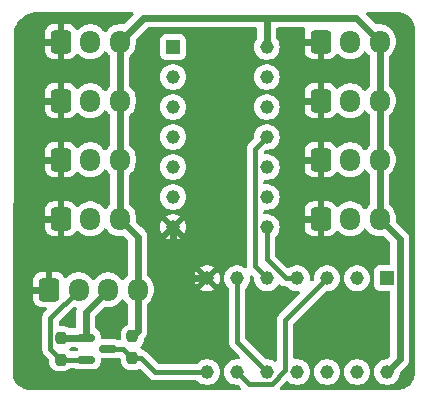
<source format=gtl>
G04 #@! TF.GenerationSoftware,KiCad,Pcbnew,8.0.8*
G04 #@! TF.CreationDate,2025-02-07T11:49:09+01:00*
G04 #@! TF.ProjectId,Senzory_gate,53656e7a-6f72-4795-9f67-6174652e6b69,rev?*
G04 #@! TF.SameCoordinates,Original*
G04 #@! TF.FileFunction,Copper,L1,Top*
G04 #@! TF.FilePolarity,Positive*
%FSLAX46Y46*%
G04 Gerber Fmt 4.6, Leading zero omitted, Abs format (unit mm)*
G04 Created by KiCad (PCBNEW 8.0.8) date 2025-02-07 11:49:09*
%MOMM*%
%LPD*%
G01*
G04 APERTURE LIST*
G04 Aperture macros list*
%AMRoundRect*
0 Rectangle with rounded corners*
0 $1 Rounding radius*
0 $2 $3 $4 $5 $6 $7 $8 $9 X,Y pos of 4 corners*
0 Add a 4 corners polygon primitive as box body*
4,1,4,$2,$3,$4,$5,$6,$7,$8,$9,$2,$3,0*
0 Add four circle primitives for the rounded corners*
1,1,$1+$1,$2,$3*
1,1,$1+$1,$4,$5*
1,1,$1+$1,$6,$7*
1,1,$1+$1,$8,$9*
0 Add four rect primitives between the rounded corners*
20,1,$1+$1,$2,$3,$4,$5,0*
20,1,$1+$1,$4,$5,$6,$7,0*
20,1,$1+$1,$6,$7,$8,$9,0*
20,1,$1+$1,$8,$9,$2,$3,0*%
G04 Aperture macros list end*
G04 #@! TA.AperFunction,ComponentPad*
%ADD10RoundRect,0.250000X-0.600000X-0.725000X0.600000X-0.725000X0.600000X0.725000X-0.600000X0.725000X0*%
G04 #@! TD*
G04 #@! TA.AperFunction,ComponentPad*
%ADD11O,1.700000X1.950000*%
G04 #@! TD*
G04 #@! TA.AperFunction,ComponentPad*
%ADD12R,1.170000X1.170000*%
G04 #@! TD*
G04 #@! TA.AperFunction,ComponentPad*
%ADD13C,1.170000*%
G04 #@! TD*
G04 #@! TA.AperFunction,SMDPad,CuDef*
%ADD14RoundRect,0.150000X-0.587500X-0.150000X0.587500X-0.150000X0.587500X0.150000X-0.587500X0.150000X0*%
G04 #@! TD*
G04 #@! TA.AperFunction,SMDPad,CuDef*
%ADD15RoundRect,0.237500X-0.237500X0.250000X-0.237500X-0.250000X0.237500X-0.250000X0.237500X0.250000X0*%
G04 #@! TD*
G04 #@! TA.AperFunction,ViaPad*
%ADD16C,0.600000*%
G04 #@! TD*
G04 #@! TA.AperFunction,Conductor*
%ADD17C,0.600000*%
G04 #@! TD*
G04 #@! TA.AperFunction,Conductor*
%ADD18C,0.400000*%
G04 #@! TD*
G04 APERTURE END LIST*
D10*
X104500000Y-53000000D03*
D11*
X107000000Y-53000000D03*
X109500000Y-53000000D03*
D12*
X110120000Y-73030000D03*
D13*
X107580000Y-73030000D03*
X105040000Y-73030000D03*
X102500000Y-73030000D03*
X99960000Y-73030000D03*
X97420000Y-73030000D03*
X94880000Y-73030000D03*
X94880000Y-80970000D03*
X97420000Y-80970000D03*
X99960000Y-80970000D03*
X102500000Y-80970000D03*
X105040000Y-80970000D03*
X107580000Y-80970000D03*
X110120000Y-80970000D03*
D14*
X84625000Y-78050000D03*
X84625000Y-79950000D03*
X86500000Y-79000000D03*
D10*
X104500000Y-68000000D03*
D11*
X107000000Y-68000000D03*
X109500000Y-68000000D03*
D15*
X82500000Y-78087500D03*
X82500000Y-79912500D03*
D10*
X104500000Y-58000000D03*
D11*
X107000000Y-58000000D03*
X109500000Y-58000000D03*
D10*
X82500000Y-53000000D03*
D11*
X85000000Y-53000000D03*
X87500000Y-53000000D03*
D15*
X88550000Y-77962500D03*
X88550000Y-79787500D03*
D10*
X82500000Y-68000000D03*
D11*
X85000000Y-68000000D03*
X87500000Y-68000000D03*
D10*
X81500000Y-74000000D03*
D11*
X84000000Y-74000000D03*
X86500000Y-74000000D03*
X89000000Y-74000000D03*
D10*
X82500000Y-58000000D03*
D11*
X85000000Y-58000000D03*
X87500000Y-58000000D03*
D10*
X104500000Y-63000000D03*
D11*
X107000000Y-63000000D03*
X109500000Y-63000000D03*
D12*
X92000000Y-53460000D03*
D13*
X92000000Y-56000000D03*
X92000000Y-58540000D03*
X92000000Y-61080000D03*
X92000000Y-63620000D03*
X92000000Y-66160000D03*
X92000000Y-68700000D03*
X99940000Y-68700000D03*
X99940000Y-66160000D03*
X99940000Y-63620000D03*
X99940000Y-61080000D03*
X99940000Y-58540000D03*
X99940000Y-56000000D03*
X99940000Y-53460000D03*
D10*
X82500000Y-63000000D03*
D11*
X85000000Y-63000000D03*
X87500000Y-63000000D03*
D16*
X80000000Y-68000000D03*
X102500000Y-58000000D03*
X79500000Y-74000000D03*
X80500000Y-58000000D03*
X102500000Y-68000000D03*
X92000000Y-71000000D03*
X102500000Y-53000000D03*
X80500000Y-53000000D03*
X80500000Y-63000000D03*
X102500000Y-63000000D03*
X93000000Y-73000000D03*
D17*
X104500000Y-53000000D02*
X102500000Y-53000000D01*
X104500000Y-68000000D02*
X102500000Y-68000000D01*
X82500000Y-58000000D02*
X80500000Y-58000000D01*
X94880000Y-73030000D02*
X93030000Y-73030000D01*
X82500000Y-63000000D02*
X80500000Y-63000000D01*
X102500000Y-58000000D02*
X104500000Y-58000000D01*
X81500000Y-74000000D02*
X79500000Y-74000000D01*
X104500000Y-63000000D02*
X102500000Y-63000000D01*
X93030000Y-73030000D02*
X93000000Y-73000000D01*
X92000000Y-68700000D02*
X92000000Y-71000000D01*
X82500000Y-53000000D02*
X80500000Y-53000000D01*
X82500000Y-68000000D02*
X80000000Y-68000000D01*
X84625000Y-75875000D02*
X86500000Y-74000000D01*
D18*
X84475000Y-78087500D02*
X84500000Y-78062500D01*
D17*
X84587500Y-78087500D02*
X84625000Y-78050000D01*
X82500000Y-78087500D02*
X84587500Y-78087500D01*
X84625000Y-78050000D02*
X84625000Y-75875000D01*
D18*
X81625000Y-79037500D02*
X81625000Y-76375000D01*
X81625000Y-76375000D02*
X84000000Y-74000000D01*
X82500000Y-79912500D02*
X81625000Y-79037500D01*
X82500000Y-79912500D02*
X84587500Y-79912500D01*
X84587500Y-79912500D02*
X84625000Y-79950000D01*
X98955000Y-62065000D02*
X99940000Y-61080000D01*
X99960000Y-73030000D02*
X98955000Y-72025000D01*
X98955000Y-72025000D02*
X98955000Y-62065000D01*
X102500000Y-73030000D02*
X101530000Y-73030000D01*
X101530000Y-73030000D02*
X99940000Y-71440000D01*
X99940000Y-71440000D02*
X99940000Y-68700000D01*
X107580000Y-73350000D02*
X107580000Y-73030000D01*
X98405000Y-81955000D02*
X100368001Y-81955000D01*
X101500000Y-76570000D02*
X105040000Y-73030000D01*
X100368001Y-81955000D02*
X101500000Y-80823001D01*
X97420000Y-80970000D02*
X98405000Y-81955000D01*
X101500000Y-80823001D02*
X101500000Y-76570000D01*
X97420000Y-78430000D02*
X99960000Y-80970000D01*
X97420000Y-73030000D02*
X97420000Y-78430000D01*
D17*
X109500000Y-63000000D02*
X109500000Y-68000000D01*
X99940000Y-53460000D02*
X99940000Y-51060000D01*
X87500000Y-63000000D02*
X87500000Y-58000000D01*
X100000000Y-51000000D02*
X107500000Y-51000000D01*
X109500000Y-58000000D02*
X109500000Y-63000000D01*
X109500000Y-68000000D02*
X111205000Y-69705000D01*
X109500000Y-53000000D02*
X109500000Y-58000000D01*
X111205000Y-79885000D02*
X110120000Y-80970000D01*
X89000000Y-77512500D02*
X88550000Y-77962500D01*
X87500000Y-68000000D02*
X87500000Y-63000000D01*
X107500000Y-51000000D02*
X109500000Y-53000000D01*
X89500000Y-51000000D02*
X100000000Y-51000000D01*
X87500000Y-58000000D02*
X87500000Y-53000000D01*
X111205000Y-69705000D02*
X111205000Y-79885000D01*
X89000000Y-74000000D02*
X89000000Y-77512500D01*
X89000000Y-74000000D02*
X89500000Y-74000000D01*
X87500000Y-53000000D02*
X89500000Y-51000000D01*
X99940000Y-51060000D02*
X100000000Y-51000000D01*
X89000000Y-74000000D02*
X89000000Y-69500000D01*
X89000000Y-69500000D02*
X87500000Y-68000000D01*
D18*
X88550000Y-79787500D02*
X89287500Y-79787500D01*
X86500000Y-79000000D02*
X87762500Y-79000000D01*
X90470000Y-80970000D02*
X94880000Y-80970000D01*
X87762500Y-79000000D02*
X88550000Y-79787500D01*
X89287500Y-79787500D02*
X90470000Y-80970000D01*
G04 #@! TA.AperFunction,Conductor*
G36*
X88582204Y-50520462D02*
G01*
X88636742Y-50575000D01*
X88656704Y-50649500D01*
X88636742Y-50724000D01*
X88613063Y-50754859D01*
X87864681Y-51503239D01*
X87797886Y-51541803D01*
X87736015Y-51545046D01*
X87652003Y-51531740D01*
X87606287Y-51524500D01*
X87393713Y-51524500D01*
X87218749Y-51552211D01*
X87183756Y-51557754D01*
X86981594Y-51623441D01*
X86981588Y-51623443D01*
X86981582Y-51623445D01*
X86981582Y-51623446D01*
X86792182Y-51719950D01*
X86792181Y-51719950D01*
X86620209Y-51844895D01*
X86620206Y-51844897D01*
X86469897Y-51995206D01*
X86469895Y-51995209D01*
X86370544Y-52131955D01*
X86310604Y-52180493D01*
X86234426Y-52192559D01*
X86162420Y-52164919D01*
X86129456Y-52131955D01*
X86109127Y-52103974D01*
X86030104Y-51995208D01*
X85879792Y-51844896D01*
X85707816Y-51719949D01*
X85518412Y-51623443D01*
X85316243Y-51557754D01*
X85106287Y-51524500D01*
X84893713Y-51524500D01*
X84718749Y-51552211D01*
X84683756Y-51557754D01*
X84481594Y-51623441D01*
X84481588Y-51623443D01*
X84481582Y-51623445D01*
X84481582Y-51623446D01*
X84292182Y-51719950D01*
X84292181Y-51719950D01*
X84120209Y-51844895D01*
X84120198Y-51844903D01*
X84003391Y-51961711D01*
X83936596Y-52000275D01*
X83859468Y-52000275D01*
X83792674Y-51961710D01*
X83771216Y-51934572D01*
X83692322Y-51806662D01*
X83568340Y-51682680D01*
X83419121Y-51590642D01*
X83252697Y-51535494D01*
X83252688Y-51535492D01*
X83149989Y-51525000D01*
X82750000Y-51525000D01*
X82750000Y-52595854D01*
X82683343Y-52557370D01*
X82562535Y-52525000D01*
X82437465Y-52525000D01*
X82316657Y-52557370D01*
X82250000Y-52595854D01*
X82250000Y-51525000D01*
X81850026Y-51525000D01*
X81747303Y-51535494D01*
X81580878Y-51590642D01*
X81431659Y-51682680D01*
X81307680Y-51806659D01*
X81215642Y-51955878D01*
X81160494Y-52122302D01*
X81160492Y-52122311D01*
X81150000Y-52225010D01*
X81150000Y-52750000D01*
X82095854Y-52750000D01*
X82057370Y-52816657D01*
X82025000Y-52937465D01*
X82025000Y-53062535D01*
X82057370Y-53183343D01*
X82095854Y-53250000D01*
X81150001Y-53250000D01*
X81150001Y-53774973D01*
X81160494Y-53877696D01*
X81215642Y-54044121D01*
X81307680Y-54193340D01*
X81431659Y-54317319D01*
X81580878Y-54409357D01*
X81747302Y-54464505D01*
X81747311Y-54464507D01*
X81850015Y-54474999D01*
X82250000Y-54474999D01*
X82250000Y-53404145D01*
X82316657Y-53442630D01*
X82437465Y-53475000D01*
X82562535Y-53475000D01*
X82683343Y-53442630D01*
X82750000Y-53404145D01*
X82750000Y-54474999D01*
X83149974Y-54474999D01*
X83252696Y-54464505D01*
X83419121Y-54409357D01*
X83568340Y-54317319D01*
X83692322Y-54193337D01*
X83771216Y-54065427D01*
X83827316Y-54012498D01*
X83902365Y-53994710D01*
X83976253Y-54016830D01*
X84003392Y-54038288D01*
X84120208Y-54155104D01*
X84292184Y-54280051D01*
X84481588Y-54376557D01*
X84683757Y-54442246D01*
X84893713Y-54475500D01*
X84893718Y-54475500D01*
X85106282Y-54475500D01*
X85106287Y-54475500D01*
X85316243Y-54442246D01*
X85518412Y-54376557D01*
X85707816Y-54280051D01*
X85879792Y-54155104D01*
X86030104Y-54004792D01*
X86129456Y-53868045D01*
X86189396Y-53819506D01*
X86265574Y-53807440D01*
X86337579Y-53835080D01*
X86370544Y-53868045D01*
X86469890Y-54004785D01*
X86469895Y-54004791D01*
X86469896Y-54004792D01*
X86620208Y-54155104D01*
X86638079Y-54168088D01*
X86686617Y-54228024D01*
X86699500Y-54288631D01*
X86699500Y-56711367D01*
X86679538Y-56785867D01*
X86638081Y-56831910D01*
X86620212Y-56844892D01*
X86469897Y-56995206D01*
X86469895Y-56995209D01*
X86370544Y-57131955D01*
X86310604Y-57180493D01*
X86234426Y-57192559D01*
X86162420Y-57164919D01*
X86129456Y-57131955D01*
X86109127Y-57103974D01*
X86030104Y-56995208D01*
X85879792Y-56844896D01*
X85707816Y-56719949D01*
X85518412Y-56623443D01*
X85316243Y-56557754D01*
X85106287Y-56524500D01*
X84893713Y-56524500D01*
X84718749Y-56552211D01*
X84683756Y-56557754D01*
X84481594Y-56623441D01*
X84481588Y-56623443D01*
X84481582Y-56623445D01*
X84481582Y-56623446D01*
X84292182Y-56719950D01*
X84292181Y-56719950D01*
X84120209Y-56844895D01*
X84120198Y-56844903D01*
X84003391Y-56961711D01*
X83936596Y-57000275D01*
X83859468Y-57000275D01*
X83792674Y-56961710D01*
X83771216Y-56934572D01*
X83692322Y-56806662D01*
X83568340Y-56682680D01*
X83419121Y-56590642D01*
X83252697Y-56535494D01*
X83252688Y-56535492D01*
X83149989Y-56525000D01*
X82750000Y-56525000D01*
X82750000Y-57595854D01*
X82683343Y-57557370D01*
X82562535Y-57525000D01*
X82437465Y-57525000D01*
X82316657Y-57557370D01*
X82250000Y-57595854D01*
X82250000Y-56525000D01*
X81850026Y-56525000D01*
X81747303Y-56535494D01*
X81580878Y-56590642D01*
X81431659Y-56682680D01*
X81307680Y-56806659D01*
X81215642Y-56955878D01*
X81160494Y-57122302D01*
X81160492Y-57122311D01*
X81150000Y-57225010D01*
X81150000Y-57750000D01*
X82095854Y-57750000D01*
X82057370Y-57816657D01*
X82025000Y-57937465D01*
X82025000Y-58062535D01*
X82057370Y-58183343D01*
X82095854Y-58250000D01*
X81150001Y-58250000D01*
X81150001Y-58774973D01*
X81160494Y-58877696D01*
X81215642Y-59044121D01*
X81307680Y-59193340D01*
X81431659Y-59317319D01*
X81580878Y-59409357D01*
X81747302Y-59464505D01*
X81747311Y-59464507D01*
X81850015Y-59474999D01*
X82250000Y-59474999D01*
X82250000Y-58404145D01*
X82316657Y-58442630D01*
X82437465Y-58475000D01*
X82562535Y-58475000D01*
X82683343Y-58442630D01*
X82750000Y-58404145D01*
X82750000Y-59474999D01*
X83149974Y-59474999D01*
X83252696Y-59464505D01*
X83419121Y-59409357D01*
X83568340Y-59317319D01*
X83692322Y-59193337D01*
X83771216Y-59065427D01*
X83827316Y-59012498D01*
X83902365Y-58994710D01*
X83976253Y-59016830D01*
X84003392Y-59038288D01*
X84120208Y-59155104D01*
X84292184Y-59280051D01*
X84481588Y-59376557D01*
X84683757Y-59442246D01*
X84893713Y-59475500D01*
X84893718Y-59475500D01*
X85106282Y-59475500D01*
X85106287Y-59475500D01*
X85316243Y-59442246D01*
X85518412Y-59376557D01*
X85707816Y-59280051D01*
X85879792Y-59155104D01*
X86030104Y-59004792D01*
X86129456Y-58868045D01*
X86189396Y-58819506D01*
X86265574Y-58807440D01*
X86337579Y-58835080D01*
X86370544Y-58868045D01*
X86469890Y-59004785D01*
X86469895Y-59004791D01*
X86469896Y-59004792D01*
X86620208Y-59155104D01*
X86638079Y-59168088D01*
X86686617Y-59228024D01*
X86699500Y-59288631D01*
X86699500Y-61711367D01*
X86679538Y-61785867D01*
X86638081Y-61831910D01*
X86620212Y-61844892D01*
X86469897Y-61995206D01*
X86469895Y-61995209D01*
X86370544Y-62131955D01*
X86310604Y-62180493D01*
X86234426Y-62192559D01*
X86162420Y-62164919D01*
X86129456Y-62131955D01*
X86074171Y-62055862D01*
X86030104Y-61995208D01*
X85879792Y-61844896D01*
X85707816Y-61719949D01*
X85518412Y-61623443D01*
X85316243Y-61557754D01*
X85106287Y-61524500D01*
X84893713Y-61524500D01*
X84718749Y-61552211D01*
X84683756Y-61557754D01*
X84496942Y-61618454D01*
X84481588Y-61623443D01*
X84481582Y-61623445D01*
X84481582Y-61623446D01*
X84292182Y-61719950D01*
X84292181Y-61719950D01*
X84120209Y-61844895D01*
X84120198Y-61844903D01*
X84003391Y-61961711D01*
X83936596Y-62000275D01*
X83859468Y-62000275D01*
X83792674Y-61961710D01*
X83771216Y-61934572D01*
X83692322Y-61806662D01*
X83568340Y-61682680D01*
X83419121Y-61590642D01*
X83252697Y-61535494D01*
X83252688Y-61535492D01*
X83149989Y-61525000D01*
X82750000Y-61525000D01*
X82750000Y-62595854D01*
X82683343Y-62557370D01*
X82562535Y-62525000D01*
X82437465Y-62525000D01*
X82316657Y-62557370D01*
X82250000Y-62595854D01*
X82250000Y-61525000D01*
X81850026Y-61525000D01*
X81747303Y-61535494D01*
X81580878Y-61590642D01*
X81431659Y-61682680D01*
X81307680Y-61806659D01*
X81215642Y-61955878D01*
X81160494Y-62122302D01*
X81160492Y-62122311D01*
X81150000Y-62225010D01*
X81150000Y-62750000D01*
X82095854Y-62750000D01*
X82057370Y-62816657D01*
X82025000Y-62937465D01*
X82025000Y-63062535D01*
X82057370Y-63183343D01*
X82095854Y-63250000D01*
X81150001Y-63250000D01*
X81150001Y-63774973D01*
X81160494Y-63877696D01*
X81215642Y-64044121D01*
X81307680Y-64193340D01*
X81431659Y-64317319D01*
X81580878Y-64409357D01*
X81747302Y-64464505D01*
X81747311Y-64464507D01*
X81850015Y-64474999D01*
X82250000Y-64474999D01*
X82250000Y-63404145D01*
X82316657Y-63442630D01*
X82437465Y-63475000D01*
X82562535Y-63475000D01*
X82683343Y-63442630D01*
X82750000Y-63404145D01*
X82750000Y-64474999D01*
X83149974Y-64474999D01*
X83252696Y-64464505D01*
X83419121Y-64409357D01*
X83568340Y-64317319D01*
X83692322Y-64193337D01*
X83771216Y-64065427D01*
X83827316Y-64012498D01*
X83902365Y-63994710D01*
X83976253Y-64016830D01*
X84003392Y-64038288D01*
X84120208Y-64155104D01*
X84292184Y-64280051D01*
X84481588Y-64376557D01*
X84683757Y-64442246D01*
X84893713Y-64475500D01*
X84893718Y-64475500D01*
X85106282Y-64475500D01*
X85106287Y-64475500D01*
X85316243Y-64442246D01*
X85518412Y-64376557D01*
X85707816Y-64280051D01*
X85879792Y-64155104D01*
X86030104Y-64004792D01*
X86129456Y-63868045D01*
X86189396Y-63819506D01*
X86265574Y-63807440D01*
X86337579Y-63835080D01*
X86370544Y-63868045D01*
X86469890Y-64004785D01*
X86469895Y-64004791D01*
X86469896Y-64004792D01*
X86620208Y-64155104D01*
X86638079Y-64168088D01*
X86686617Y-64228024D01*
X86699500Y-64288631D01*
X86699500Y-66711367D01*
X86679538Y-66785867D01*
X86638081Y-66831910D01*
X86620212Y-66844892D01*
X86469897Y-66995206D01*
X86469895Y-66995209D01*
X86370544Y-67131955D01*
X86310604Y-67180493D01*
X86234426Y-67192559D01*
X86162420Y-67164919D01*
X86129456Y-67131955D01*
X86033785Y-67000275D01*
X86030104Y-66995208D01*
X85879792Y-66844896D01*
X85707816Y-66719949D01*
X85518412Y-66623443D01*
X85316243Y-66557754D01*
X85106287Y-66524500D01*
X84893713Y-66524500D01*
X84718749Y-66552211D01*
X84683756Y-66557754D01*
X84481594Y-66623441D01*
X84481588Y-66623443D01*
X84481582Y-66623445D01*
X84481582Y-66623446D01*
X84292182Y-66719950D01*
X84292181Y-66719950D01*
X84120209Y-66844895D01*
X84120198Y-66844903D01*
X84003391Y-66961711D01*
X83936596Y-67000275D01*
X83859468Y-67000275D01*
X83792674Y-66961710D01*
X83771216Y-66934572D01*
X83692322Y-66806662D01*
X83568340Y-66682680D01*
X83419121Y-66590642D01*
X83252697Y-66535494D01*
X83252688Y-66535492D01*
X83149989Y-66525000D01*
X82750000Y-66525000D01*
X82750000Y-67595854D01*
X82683343Y-67557370D01*
X82562535Y-67525000D01*
X82437465Y-67525000D01*
X82316657Y-67557370D01*
X82250000Y-67595854D01*
X82250000Y-66525000D01*
X81850026Y-66525000D01*
X81747303Y-66535494D01*
X81580878Y-66590642D01*
X81431659Y-66682680D01*
X81307680Y-66806659D01*
X81215642Y-66955878D01*
X81160494Y-67122302D01*
X81160492Y-67122311D01*
X81150000Y-67225010D01*
X81150000Y-67750000D01*
X82095854Y-67750000D01*
X82057370Y-67816657D01*
X82025000Y-67937465D01*
X82025000Y-68062535D01*
X82057370Y-68183343D01*
X82095854Y-68250000D01*
X81150001Y-68250000D01*
X81150001Y-68774973D01*
X81160494Y-68877696D01*
X81215642Y-69044121D01*
X81307680Y-69193340D01*
X81431659Y-69317319D01*
X81580878Y-69409357D01*
X81747302Y-69464505D01*
X81747311Y-69464507D01*
X81850015Y-69474999D01*
X82250000Y-69474999D01*
X82250000Y-68404145D01*
X82316657Y-68442630D01*
X82437465Y-68475000D01*
X82562535Y-68475000D01*
X82683343Y-68442630D01*
X82750000Y-68404145D01*
X82750000Y-69474999D01*
X83149974Y-69474999D01*
X83252696Y-69464505D01*
X83419121Y-69409357D01*
X83568340Y-69317319D01*
X83692322Y-69193337D01*
X83771216Y-69065427D01*
X83827316Y-69012498D01*
X83902365Y-68994710D01*
X83976253Y-69016830D01*
X84003392Y-69038288D01*
X84120208Y-69155104D01*
X84292184Y-69280051D01*
X84481588Y-69376557D01*
X84683757Y-69442246D01*
X84893713Y-69475500D01*
X84893718Y-69475500D01*
X85106282Y-69475500D01*
X85106287Y-69475500D01*
X85316243Y-69442246D01*
X85518412Y-69376557D01*
X85707816Y-69280051D01*
X85879792Y-69155104D01*
X86030104Y-69004792D01*
X86079797Y-68936395D01*
X86129456Y-68868045D01*
X86189396Y-68819506D01*
X86265574Y-68807440D01*
X86337579Y-68835080D01*
X86370544Y-68868045D01*
X86469890Y-69004785D01*
X86469895Y-69004791D01*
X86469896Y-69004792D01*
X86620208Y-69155104D01*
X86792184Y-69280051D01*
X86981588Y-69376557D01*
X87183757Y-69442246D01*
X87393713Y-69475500D01*
X87393718Y-69475500D01*
X87606286Y-69475500D01*
X87606287Y-69475500D01*
X87736014Y-69454952D01*
X87812716Y-69463013D01*
X87864680Y-69496758D01*
X88155859Y-69787937D01*
X88194423Y-69854732D01*
X88199500Y-69893296D01*
X88199500Y-72711367D01*
X88179538Y-72785867D01*
X88138081Y-72831910D01*
X88120212Y-72844892D01*
X87969897Y-72995206D01*
X87969895Y-72995209D01*
X87870544Y-73131955D01*
X87810604Y-73180493D01*
X87734426Y-73192559D01*
X87662420Y-73164919D01*
X87629456Y-73131955D01*
X87592207Y-73080686D01*
X87530104Y-72995208D01*
X87379792Y-72844896D01*
X87207816Y-72719949D01*
X87018412Y-72623443D01*
X86816243Y-72557754D01*
X86606287Y-72524500D01*
X86393713Y-72524500D01*
X86218749Y-72552211D01*
X86183756Y-72557754D01*
X85981594Y-72623441D01*
X85981588Y-72623443D01*
X85981582Y-72623445D01*
X85981582Y-72623446D01*
X85792182Y-72719950D01*
X85792181Y-72719950D01*
X85620209Y-72844895D01*
X85620206Y-72844897D01*
X85469897Y-72995206D01*
X85469895Y-72995209D01*
X85370544Y-73131955D01*
X85310604Y-73180493D01*
X85234426Y-73192559D01*
X85162420Y-73164919D01*
X85129456Y-73131955D01*
X85092207Y-73080686D01*
X85030104Y-72995208D01*
X84879792Y-72844896D01*
X84707816Y-72719949D01*
X84518412Y-72623443D01*
X84316243Y-72557754D01*
X84106287Y-72524500D01*
X83893713Y-72524500D01*
X83718749Y-72552211D01*
X83683756Y-72557754D01*
X83481594Y-72623441D01*
X83481588Y-72623443D01*
X83481582Y-72623445D01*
X83481582Y-72623446D01*
X83292182Y-72719950D01*
X83292181Y-72719950D01*
X83120209Y-72844895D01*
X83120198Y-72844903D01*
X83003391Y-72961711D01*
X82936596Y-73000275D01*
X82859468Y-73000275D01*
X82792674Y-72961710D01*
X82771216Y-72934572D01*
X82692322Y-72806662D01*
X82568340Y-72682680D01*
X82419121Y-72590642D01*
X82252697Y-72535494D01*
X82252688Y-72535492D01*
X82149989Y-72525000D01*
X81750000Y-72525000D01*
X81750000Y-73595854D01*
X81683343Y-73557370D01*
X81562535Y-73525000D01*
X81437465Y-73525000D01*
X81316657Y-73557370D01*
X81250000Y-73595854D01*
X81250000Y-72525000D01*
X80850026Y-72525000D01*
X80747303Y-72535494D01*
X80580878Y-72590642D01*
X80431659Y-72682680D01*
X80307680Y-72806659D01*
X80215642Y-72955878D01*
X80160494Y-73122302D01*
X80160492Y-73122311D01*
X80150000Y-73225010D01*
X80150000Y-73750000D01*
X81095854Y-73750000D01*
X81057370Y-73816657D01*
X81025000Y-73937465D01*
X81025000Y-74062535D01*
X81057370Y-74183343D01*
X81095854Y-74250000D01*
X80150001Y-74250000D01*
X80150001Y-74774973D01*
X80160494Y-74877696D01*
X80215642Y-75044121D01*
X80307680Y-75193340D01*
X80431659Y-75317319D01*
X80580878Y-75409357D01*
X80747302Y-75464505D01*
X80747311Y-75464507D01*
X80850015Y-75474999D01*
X81174625Y-75474999D01*
X81249125Y-75494961D01*
X81303663Y-75549499D01*
X81323625Y-75623999D01*
X81303663Y-75698499D01*
X81279984Y-75729358D01*
X81080889Y-75928453D01*
X81080885Y-75928458D01*
X81004228Y-76043184D01*
X81004220Y-76043197D01*
X80951420Y-76170670D01*
X80951419Y-76170674D01*
X80924500Y-76306006D01*
X80924500Y-79106497D01*
X80951419Y-79241827D01*
X80951420Y-79241829D01*
X81004220Y-79369302D01*
X81004223Y-79369308D01*
X81004225Y-79369311D01*
X81080886Y-79484043D01*
X81080889Y-79484046D01*
X81480859Y-79884016D01*
X81519423Y-79950811D01*
X81524500Y-79989374D01*
X81524500Y-80211672D01*
X81529864Y-80264178D01*
X81534826Y-80312753D01*
X81589092Y-80476516D01*
X81679660Y-80623350D01*
X81801650Y-80745340D01*
X81948484Y-80835908D01*
X82112247Y-80890174D01*
X82213323Y-80900500D01*
X82786676Y-80900499D01*
X82887753Y-80890174D01*
X83051516Y-80835908D01*
X83198350Y-80745340D01*
X83287050Y-80656639D01*
X83353843Y-80618077D01*
X83392407Y-80613000D01*
X83586281Y-80613000D01*
X83660781Y-80632962D01*
X83662128Y-80633749D01*
X83777102Y-80701744D01*
X83934928Y-80747597D01*
X83934927Y-80747597D01*
X83934931Y-80747598D01*
X83971806Y-80750500D01*
X83971813Y-80750500D01*
X85278187Y-80750500D01*
X85278194Y-80750500D01*
X85315069Y-80747598D01*
X85472898Y-80701744D01*
X85614365Y-80618081D01*
X85730581Y-80501865D01*
X85814244Y-80360398D01*
X85860098Y-80202569D01*
X85863000Y-80165694D01*
X85863000Y-79949500D01*
X85882962Y-79875000D01*
X85937500Y-79820462D01*
X86012000Y-79800500D01*
X87153187Y-79800500D01*
X87153194Y-79800500D01*
X87190069Y-79797598D01*
X87347898Y-79751744D01*
X87349654Y-79750705D01*
X87351463Y-79750200D01*
X87356499Y-79748021D01*
X87356797Y-79748710D01*
X87423939Y-79729964D01*
X87498644Y-79749145D01*
X87553750Y-79803108D01*
X87574492Y-79877395D01*
X87574500Y-79878955D01*
X87574500Y-80086672D01*
X87582572Y-80165686D01*
X87584826Y-80187753D01*
X87639092Y-80351516D01*
X87729660Y-80498350D01*
X87851650Y-80620340D01*
X87998484Y-80710908D01*
X88162247Y-80765174D01*
X88263323Y-80775500D01*
X88836676Y-80775499D01*
X88937753Y-80765174D01*
X89101516Y-80710908D01*
X89101523Y-80710903D01*
X89103456Y-80710263D01*
X89180453Y-80705778D01*
X89249378Y-80740392D01*
X89255684Y-80746341D01*
X90023457Y-81514114D01*
X90138189Y-81590775D01*
X90138193Y-81590776D01*
X90138197Y-81590779D01*
X90215782Y-81622915D01*
X90265672Y-81643580D01*
X90401007Y-81670500D01*
X90538994Y-81670500D01*
X93979428Y-81670500D01*
X94053928Y-81690462D01*
X94079806Y-81709385D01*
X94223038Y-81839958D01*
X94394076Y-81945861D01*
X94394081Y-81945864D01*
X94568544Y-82013450D01*
X94581666Y-82018534D01*
X94779414Y-82055500D01*
X94779416Y-82055500D01*
X94980584Y-82055500D01*
X94980586Y-82055500D01*
X95178334Y-82018534D01*
X95272732Y-81981964D01*
X95365918Y-81945864D01*
X95365920Y-81945862D01*
X95365922Y-81945862D01*
X95536962Y-81839958D01*
X95685631Y-81704429D01*
X95806864Y-81543890D01*
X95896535Y-81363808D01*
X95951588Y-81170315D01*
X95967007Y-81003920D01*
X95970150Y-80970004D01*
X95970150Y-80969995D01*
X95957724Y-80835907D01*
X95951588Y-80769685D01*
X95896535Y-80576192D01*
X95896532Y-80576187D01*
X95896531Y-80576182D01*
X95806866Y-80396113D01*
X95779895Y-80360398D01*
X95685631Y-80235571D01*
X95536962Y-80100042D01*
X95536961Y-80100041D01*
X95365923Y-79994138D01*
X95365918Y-79994135D01*
X95178338Y-79921467D01*
X95178335Y-79921466D01*
X95178334Y-79921466D01*
X95128454Y-79912141D01*
X94980590Y-79884500D01*
X94980586Y-79884500D01*
X94779414Y-79884500D01*
X94779409Y-79884500D01*
X94581661Y-79921467D01*
X94394081Y-79994135D01*
X94394076Y-79994138D01*
X94223038Y-80100041D01*
X94223038Y-80100042D01*
X94110569Y-80202571D01*
X94079808Y-80230613D01*
X94011304Y-80266050D01*
X93979428Y-80269500D01*
X90821875Y-80269500D01*
X90747375Y-80249538D01*
X90716516Y-80225859D01*
X89734046Y-79243389D01*
X89734043Y-79243386D01*
X89619311Y-79166725D01*
X89619308Y-79166723D01*
X89619302Y-79166720D01*
X89491828Y-79113919D01*
X89431026Y-79101825D01*
X89361852Y-79067711D01*
X89354737Y-79061047D01*
X89274048Y-78980358D01*
X89235484Y-78913563D01*
X89235484Y-78836435D01*
X89274045Y-78769644D01*
X89370340Y-78673350D01*
X89460908Y-78526516D01*
X89515174Y-78362753D01*
X89525500Y-78261677D01*
X89525499Y-78180795D01*
X89545460Y-78106297D01*
X89569136Y-78075441D01*
X89621789Y-78022789D01*
X89648070Y-77983457D01*
X89709394Y-77891679D01*
X89769737Y-77745997D01*
X89800500Y-77591342D01*
X89800500Y-75288631D01*
X89820462Y-75214131D01*
X89861919Y-75168088D01*
X89879792Y-75155104D01*
X90030104Y-75004792D01*
X90155051Y-74832816D01*
X90251557Y-74643412D01*
X90317246Y-74441243D01*
X90350500Y-74231287D01*
X90350500Y-73768713D01*
X90317246Y-73558757D01*
X90251557Y-73356588D01*
X90155051Y-73167184D01*
X90153405Y-73164919D01*
X90126169Y-73127431D01*
X90055378Y-73029995D01*
X93790352Y-73029995D01*
X93790352Y-73030004D01*
X93808904Y-73230217D01*
X93863932Y-73423621D01*
X93953316Y-73603129D01*
X94495000Y-73061445D01*
X94495000Y-73080686D01*
X94521237Y-73178604D01*
X94571923Y-73266395D01*
X94643605Y-73338077D01*
X94731396Y-73388763D01*
X94829314Y-73415000D01*
X94848553Y-73415000D01*
X94310208Y-73953344D01*
X94394296Y-74005410D01*
X94581805Y-74078050D01*
X94779457Y-74114999D01*
X94779462Y-74115000D01*
X94980538Y-74115000D01*
X94980542Y-74114999D01*
X95178194Y-74078050D01*
X95365698Y-74005411D01*
X95449790Y-73953343D01*
X94911447Y-73415000D01*
X94930686Y-73415000D01*
X95028604Y-73388763D01*
X95116395Y-73338077D01*
X95188077Y-73266395D01*
X95238763Y-73178604D01*
X95265000Y-73080686D01*
X95265000Y-73061447D01*
X95806682Y-73603129D01*
X95896066Y-73423625D01*
X95951095Y-73230217D01*
X95969648Y-73030004D01*
X95969648Y-73029995D01*
X95951095Y-72829782D01*
X95896065Y-72636372D01*
X95806683Y-72456868D01*
X95265000Y-72998551D01*
X95265000Y-72979314D01*
X95238763Y-72881396D01*
X95188077Y-72793605D01*
X95116395Y-72721923D01*
X95028604Y-72671237D01*
X94930686Y-72645000D01*
X94911445Y-72645000D01*
X95449790Y-72106654D01*
X95365704Y-72054590D01*
X95365702Y-72054589D01*
X95178194Y-71981949D01*
X94980542Y-71945000D01*
X94779457Y-71945000D01*
X94581805Y-71981949D01*
X94394297Y-72054589D01*
X94310207Y-72106654D01*
X94848553Y-72645000D01*
X94829314Y-72645000D01*
X94731396Y-72671237D01*
X94643605Y-72721923D01*
X94571923Y-72793605D01*
X94521237Y-72881396D01*
X94495000Y-72979314D01*
X94495000Y-72998553D01*
X93953316Y-72456869D01*
X93863933Y-72636375D01*
X93863932Y-72636377D01*
X93808904Y-72829782D01*
X93790352Y-73029995D01*
X90055378Y-73029995D01*
X90030104Y-72995208D01*
X89879792Y-72844896D01*
X89879788Y-72844893D01*
X89879787Y-72844892D01*
X89861919Y-72831910D01*
X89813381Y-72771969D01*
X89800500Y-72711367D01*
X89800500Y-69421157D01*
X89771206Y-69273886D01*
X89771206Y-69273885D01*
X89769737Y-69266504D01*
X89769737Y-69266502D01*
X89723594Y-69155104D01*
X89709394Y-69120821D01*
X89691350Y-69093817D01*
X89664447Y-69053553D01*
X89621789Y-68989711D01*
X89510289Y-68878211D01*
X89332073Y-68699995D01*
X90910352Y-68699995D01*
X90910352Y-68700004D01*
X90928904Y-68900217D01*
X90983932Y-69093621D01*
X91073316Y-69273129D01*
X91615000Y-68731445D01*
X91615000Y-68750686D01*
X91641237Y-68848604D01*
X91691923Y-68936395D01*
X91763605Y-69008077D01*
X91851396Y-69058763D01*
X91949314Y-69085000D01*
X91968553Y-69085000D01*
X91430208Y-69623344D01*
X91514296Y-69675410D01*
X91701805Y-69748050D01*
X91899457Y-69784999D01*
X91899462Y-69785000D01*
X92100538Y-69785000D01*
X92100542Y-69784999D01*
X92298194Y-69748050D01*
X92485698Y-69675411D01*
X92569790Y-69623343D01*
X92031447Y-69085000D01*
X92050686Y-69085000D01*
X92148604Y-69058763D01*
X92236395Y-69008077D01*
X92308077Y-68936395D01*
X92358763Y-68848604D01*
X92385000Y-68750686D01*
X92385000Y-68731447D01*
X92926682Y-69273129D01*
X93016066Y-69093625D01*
X93071095Y-68900217D01*
X93089648Y-68700004D01*
X93089648Y-68699995D01*
X93071095Y-68499782D01*
X93016065Y-68306372D01*
X92926683Y-68126868D01*
X92385000Y-68668551D01*
X92385000Y-68649314D01*
X92358763Y-68551396D01*
X92308077Y-68463605D01*
X92236395Y-68391923D01*
X92148604Y-68341237D01*
X92050686Y-68315000D01*
X92031445Y-68315000D01*
X92569790Y-67776654D01*
X92485704Y-67724590D01*
X92485702Y-67724589D01*
X92298194Y-67651949D01*
X92100542Y-67615000D01*
X91899457Y-67615000D01*
X91701805Y-67651949D01*
X91514297Y-67724589D01*
X91430207Y-67776654D01*
X91968553Y-68315000D01*
X91949314Y-68315000D01*
X91851396Y-68341237D01*
X91763605Y-68391923D01*
X91691923Y-68463605D01*
X91641237Y-68551396D01*
X91615000Y-68649314D01*
X91615000Y-68668553D01*
X91073316Y-68126869D01*
X90983933Y-68306375D01*
X90983932Y-68306377D01*
X90928904Y-68499782D01*
X90910352Y-68699995D01*
X89332073Y-68699995D01*
X88894141Y-68262063D01*
X88855577Y-68195268D01*
X88850500Y-68156704D01*
X88850500Y-67768717D01*
X88850500Y-67768713D01*
X88817246Y-67558757D01*
X88751557Y-67356588D01*
X88655051Y-67167184D01*
X88653405Y-67164919D01*
X88622449Y-67122311D01*
X88530104Y-66995208D01*
X88379792Y-66844896D01*
X88379788Y-66844893D01*
X88379787Y-66844892D01*
X88361919Y-66831910D01*
X88313381Y-66771969D01*
X88300500Y-66711367D01*
X88300500Y-66159995D01*
X90909850Y-66159995D01*
X90909850Y-66160004D01*
X90928411Y-66360310D01*
X90928411Y-66360313D01*
X90983463Y-66553802D01*
X90983468Y-66553817D01*
X91073133Y-66733886D01*
X91194369Y-66894429D01*
X91343037Y-67029957D01*
X91343038Y-67029958D01*
X91514076Y-67135861D01*
X91514081Y-67135864D01*
X91688544Y-67203450D01*
X91701666Y-67208534D01*
X91899414Y-67245500D01*
X91899416Y-67245500D01*
X92100584Y-67245500D01*
X92100586Y-67245500D01*
X92298334Y-67208534D01*
X92405076Y-67167182D01*
X92485918Y-67135864D01*
X92485920Y-67135862D01*
X92485922Y-67135862D01*
X92656962Y-67029958D01*
X92805631Y-66894429D01*
X92926864Y-66733890D01*
X92998194Y-66590642D01*
X93016531Y-66553817D01*
X93016531Y-66553814D01*
X93016535Y-66553808D01*
X93071588Y-66360315D01*
X93090150Y-66160000D01*
X93071588Y-65959685D01*
X93016535Y-65766192D01*
X93016532Y-65766187D01*
X93016531Y-65766182D01*
X92926866Y-65586113D01*
X92805630Y-65425570D01*
X92656962Y-65290042D01*
X92656961Y-65290041D01*
X92485923Y-65184138D01*
X92485918Y-65184135D01*
X92298338Y-65111467D01*
X92298335Y-65111466D01*
X92298334Y-65111466D01*
X92248454Y-65102141D01*
X92100590Y-65074500D01*
X92100586Y-65074500D01*
X91899414Y-65074500D01*
X91899409Y-65074500D01*
X91701661Y-65111467D01*
X91514081Y-65184135D01*
X91514076Y-65184138D01*
X91343038Y-65290041D01*
X91343037Y-65290042D01*
X91194369Y-65425570D01*
X91073133Y-65586113D01*
X90983468Y-65766182D01*
X90983463Y-65766197D01*
X90928411Y-65959686D01*
X90928411Y-65959689D01*
X90909850Y-66159995D01*
X88300500Y-66159995D01*
X88300500Y-64288631D01*
X88320462Y-64214131D01*
X88361919Y-64168088D01*
X88379792Y-64155104D01*
X88530104Y-64004792D01*
X88655051Y-63832816D01*
X88751557Y-63643412D01*
X88759166Y-63619995D01*
X90909850Y-63619995D01*
X90909850Y-63620004D01*
X90928411Y-63820310D01*
X90928411Y-63820313D01*
X90983463Y-64013802D01*
X90983468Y-64013817D01*
X91073133Y-64193886D01*
X91073135Y-64193889D01*
X91073136Y-64193890D01*
X91194369Y-64354429D01*
X91315119Y-64464507D01*
X91343037Y-64489957D01*
X91343038Y-64489958D01*
X91514076Y-64595861D01*
X91514081Y-64595864D01*
X91688544Y-64663450D01*
X91701666Y-64668534D01*
X91899414Y-64705500D01*
X91899416Y-64705500D01*
X92100584Y-64705500D01*
X92100586Y-64705500D01*
X92298334Y-64668534D01*
X92392128Y-64632198D01*
X92485918Y-64595864D01*
X92485920Y-64595862D01*
X92485922Y-64595862D01*
X92656962Y-64489958D01*
X92805631Y-64354429D01*
X92926864Y-64193890D01*
X92927139Y-64193337D01*
X93016531Y-64013817D01*
X93016531Y-64013814D01*
X93016535Y-64013808D01*
X93071588Y-63820315D01*
X93081900Y-63709028D01*
X93090150Y-63620004D01*
X93090150Y-63619995D01*
X93073714Y-63442630D01*
X93071588Y-63419685D01*
X93016535Y-63226192D01*
X93016532Y-63226187D01*
X93016531Y-63226182D01*
X92926866Y-63046113D01*
X92805630Y-62885570D01*
X92656962Y-62750042D01*
X92656961Y-62750041D01*
X92485923Y-62644138D01*
X92485918Y-62644135D01*
X92298338Y-62571467D01*
X92298335Y-62571466D01*
X92298334Y-62571466D01*
X92230348Y-62558757D01*
X92100590Y-62534500D01*
X92100586Y-62534500D01*
X91899414Y-62534500D01*
X91899409Y-62534500D01*
X91701661Y-62571467D01*
X91514081Y-62644135D01*
X91514076Y-62644138D01*
X91343038Y-62750041D01*
X91343037Y-62750042D01*
X91194369Y-62885570D01*
X91073133Y-63046113D01*
X90983468Y-63226182D01*
X90983463Y-63226197D01*
X90928411Y-63419686D01*
X90928411Y-63419689D01*
X90909850Y-63619995D01*
X88759166Y-63619995D01*
X88817246Y-63441243D01*
X88850500Y-63231287D01*
X88850500Y-62768713D01*
X88817246Y-62558757D01*
X88751557Y-62356588D01*
X88655051Y-62167184D01*
X88653405Y-62164919D01*
X88622449Y-62122311D01*
X88530104Y-61995208D01*
X88379792Y-61844896D01*
X88379788Y-61844893D01*
X88379787Y-61844892D01*
X88361919Y-61831910D01*
X88313381Y-61771969D01*
X88300500Y-61711367D01*
X88300500Y-61079995D01*
X90909850Y-61079995D01*
X90909850Y-61080004D01*
X90928411Y-61280310D01*
X90928411Y-61280313D01*
X90983463Y-61473802D01*
X90983468Y-61473817D01*
X91073133Y-61653886D01*
X91073135Y-61653889D01*
X91073136Y-61653890D01*
X91194369Y-61814429D01*
X91227785Y-61844892D01*
X91343037Y-61949957D01*
X91343038Y-61949958D01*
X91514076Y-62055861D01*
X91514081Y-62055864D01*
X91685579Y-62122302D01*
X91701666Y-62128534D01*
X91899414Y-62165500D01*
X91899416Y-62165500D01*
X92100584Y-62165500D01*
X92100586Y-62165500D01*
X92298334Y-62128534D01*
X92392128Y-62092198D01*
X92485918Y-62055864D01*
X92485920Y-62055862D01*
X92485922Y-62055862D01*
X92656962Y-61949958D01*
X92805631Y-61814429D01*
X92926864Y-61653890D01*
X92926866Y-61653886D01*
X93016531Y-61473817D01*
X93016531Y-61473814D01*
X93016535Y-61473808D01*
X93071588Y-61280315D01*
X93081900Y-61169028D01*
X93090150Y-61080004D01*
X93090150Y-61079995D01*
X93071588Y-60879689D01*
X93071588Y-60879686D01*
X93016536Y-60686197D01*
X93016535Y-60686192D01*
X93016532Y-60686187D01*
X93016531Y-60686182D01*
X92926866Y-60506113D01*
X92805630Y-60345570D01*
X92656962Y-60210042D01*
X92656961Y-60210041D01*
X92485923Y-60104138D01*
X92485918Y-60104135D01*
X92298338Y-60031467D01*
X92298335Y-60031466D01*
X92298334Y-60031466D01*
X92248454Y-60022141D01*
X92100590Y-59994500D01*
X92100586Y-59994500D01*
X91899414Y-59994500D01*
X91899409Y-59994500D01*
X91701661Y-60031467D01*
X91514081Y-60104135D01*
X91514076Y-60104138D01*
X91343038Y-60210041D01*
X91343037Y-60210042D01*
X91194369Y-60345570D01*
X91073133Y-60506113D01*
X90983468Y-60686182D01*
X90983463Y-60686197D01*
X90928411Y-60879686D01*
X90928411Y-60879689D01*
X90909850Y-61079995D01*
X88300500Y-61079995D01*
X88300500Y-59288631D01*
X88320462Y-59214131D01*
X88361919Y-59168088D01*
X88379792Y-59155104D01*
X88530104Y-59004792D01*
X88655051Y-58832816D01*
X88751557Y-58643412D01*
X88785159Y-58539995D01*
X90909850Y-58539995D01*
X90909850Y-58540004D01*
X90928411Y-58740310D01*
X90928411Y-58740313D01*
X90983463Y-58933802D01*
X90983468Y-58933817D01*
X91073133Y-59113886D01*
X91194369Y-59274429D01*
X91343037Y-59409957D01*
X91343038Y-59409958D01*
X91514076Y-59515861D01*
X91514081Y-59515864D01*
X91688544Y-59583450D01*
X91701666Y-59588534D01*
X91899414Y-59625500D01*
X91899416Y-59625500D01*
X92100584Y-59625500D01*
X92100586Y-59625500D01*
X92298334Y-59588534D01*
X92392128Y-59552198D01*
X92485918Y-59515864D01*
X92485920Y-59515862D01*
X92485922Y-59515862D01*
X92656962Y-59409958D01*
X92805631Y-59274429D01*
X92926864Y-59113890D01*
X92977352Y-59012498D01*
X93016531Y-58933817D01*
X93016531Y-58933814D01*
X93016535Y-58933808D01*
X93071588Y-58740315D01*
X93090150Y-58540000D01*
X93090150Y-58539995D01*
X98849850Y-58539995D01*
X98849850Y-58540004D01*
X98868411Y-58740310D01*
X98868411Y-58740313D01*
X98923463Y-58933802D01*
X98923468Y-58933817D01*
X99013133Y-59113886D01*
X99134369Y-59274429D01*
X99283037Y-59409957D01*
X99283038Y-59409958D01*
X99454076Y-59515861D01*
X99454081Y-59515864D01*
X99628544Y-59583450D01*
X99641666Y-59588534D01*
X99839414Y-59625500D01*
X99839416Y-59625500D01*
X100040584Y-59625500D01*
X100040586Y-59625500D01*
X100238334Y-59588534D01*
X100332128Y-59552198D01*
X100425918Y-59515864D01*
X100425920Y-59515862D01*
X100425922Y-59515862D01*
X100596962Y-59409958D01*
X100745631Y-59274429D01*
X100866864Y-59113890D01*
X100917352Y-59012498D01*
X100956531Y-58933817D01*
X100956531Y-58933814D01*
X100956535Y-58933808D01*
X101011588Y-58740315D01*
X101030150Y-58540000D01*
X101011588Y-58339685D01*
X100956535Y-58146192D01*
X100956532Y-58146187D01*
X100956531Y-58146182D01*
X100866866Y-57966113D01*
X100754002Y-57816657D01*
X100745631Y-57805571D01*
X100705199Y-57768713D01*
X100596962Y-57670042D01*
X100596961Y-57670041D01*
X100425923Y-57564138D01*
X100425918Y-57564135D01*
X100238338Y-57491467D01*
X100238335Y-57491466D01*
X100238334Y-57491466D01*
X100188454Y-57482141D01*
X100040590Y-57454500D01*
X100040586Y-57454500D01*
X99839414Y-57454500D01*
X99839409Y-57454500D01*
X99641661Y-57491467D01*
X99454081Y-57564135D01*
X99454076Y-57564138D01*
X99283038Y-57670041D01*
X99283037Y-57670042D01*
X99134369Y-57805570D01*
X99013133Y-57966113D01*
X98923468Y-58146182D01*
X98923463Y-58146197D01*
X98868411Y-58339686D01*
X98868411Y-58339689D01*
X98849850Y-58539995D01*
X93090150Y-58539995D01*
X93071588Y-58339685D01*
X93016535Y-58146192D01*
X93016532Y-58146187D01*
X93016531Y-58146182D01*
X92926866Y-57966113D01*
X92814002Y-57816657D01*
X92805631Y-57805571D01*
X92765199Y-57768713D01*
X92656962Y-57670042D01*
X92656961Y-57670041D01*
X92485923Y-57564138D01*
X92485918Y-57564135D01*
X92298338Y-57491467D01*
X92298335Y-57491466D01*
X92298334Y-57491466D01*
X92248454Y-57482141D01*
X92100590Y-57454500D01*
X92100586Y-57454500D01*
X91899414Y-57454500D01*
X91899409Y-57454500D01*
X91701661Y-57491467D01*
X91514081Y-57564135D01*
X91514076Y-57564138D01*
X91343038Y-57670041D01*
X91343037Y-57670042D01*
X91194369Y-57805570D01*
X91073133Y-57966113D01*
X90983468Y-58146182D01*
X90983463Y-58146197D01*
X90928411Y-58339686D01*
X90928411Y-58339689D01*
X90909850Y-58539995D01*
X88785159Y-58539995D01*
X88817246Y-58441243D01*
X88850500Y-58231287D01*
X88850500Y-57768713D01*
X88817246Y-57558757D01*
X88751557Y-57356588D01*
X88655051Y-57167184D01*
X88653405Y-57164919D01*
X88622449Y-57122311D01*
X88530104Y-56995208D01*
X88379792Y-56844896D01*
X88379788Y-56844893D01*
X88379787Y-56844892D01*
X88361919Y-56831910D01*
X88313381Y-56771969D01*
X88300500Y-56711367D01*
X88300500Y-55999995D01*
X90909850Y-55999995D01*
X90909850Y-56000004D01*
X90928411Y-56200310D01*
X90928411Y-56200313D01*
X90983463Y-56393802D01*
X90983468Y-56393817D01*
X91073133Y-56573886D01*
X91194369Y-56734429D01*
X91343037Y-56869957D01*
X91343038Y-56869958D01*
X91514076Y-56975861D01*
X91514081Y-56975864D01*
X91688544Y-57043450D01*
X91701666Y-57048534D01*
X91899414Y-57085500D01*
X91899416Y-57085500D01*
X92100584Y-57085500D01*
X92100586Y-57085500D01*
X92298334Y-57048534D01*
X92435982Y-56995209D01*
X92485918Y-56975864D01*
X92485920Y-56975862D01*
X92485922Y-56975862D01*
X92656962Y-56869958D01*
X92805631Y-56734429D01*
X92926864Y-56573890D01*
X93016535Y-56393808D01*
X93071588Y-56200315D01*
X93090150Y-56000000D01*
X93090150Y-55999995D01*
X98849850Y-55999995D01*
X98849850Y-56000004D01*
X98868411Y-56200310D01*
X98868411Y-56200313D01*
X98923463Y-56393802D01*
X98923468Y-56393817D01*
X99013133Y-56573886D01*
X99134369Y-56734429D01*
X99283037Y-56869957D01*
X99283038Y-56869958D01*
X99454076Y-56975861D01*
X99454081Y-56975864D01*
X99628544Y-57043450D01*
X99641666Y-57048534D01*
X99839414Y-57085500D01*
X99839416Y-57085500D01*
X100040584Y-57085500D01*
X100040586Y-57085500D01*
X100238334Y-57048534D01*
X100375982Y-56995209D01*
X100425918Y-56975864D01*
X100425920Y-56975862D01*
X100425922Y-56975862D01*
X100596962Y-56869958D01*
X100745631Y-56734429D01*
X100866864Y-56573890D01*
X100956535Y-56393808D01*
X101011588Y-56200315D01*
X101030150Y-56000000D01*
X101011588Y-55799685D01*
X100956535Y-55606192D01*
X100956532Y-55606187D01*
X100956531Y-55606182D01*
X100866866Y-55426113D01*
X100745630Y-55265570D01*
X100596962Y-55130042D01*
X100596961Y-55130041D01*
X100425923Y-55024138D01*
X100425918Y-55024135D01*
X100238338Y-54951467D01*
X100238335Y-54951466D01*
X100238334Y-54951466D01*
X100188454Y-54942141D01*
X100040590Y-54914500D01*
X100040586Y-54914500D01*
X99839414Y-54914500D01*
X99839409Y-54914500D01*
X99641661Y-54951467D01*
X99454081Y-55024135D01*
X99454076Y-55024138D01*
X99283038Y-55130041D01*
X99283037Y-55130042D01*
X99134369Y-55265570D01*
X99013133Y-55426113D01*
X98923468Y-55606182D01*
X98923463Y-55606197D01*
X98868411Y-55799686D01*
X98868411Y-55799689D01*
X98849850Y-55999995D01*
X93090150Y-55999995D01*
X93071588Y-55799685D01*
X93016535Y-55606192D01*
X93016532Y-55606187D01*
X93016531Y-55606182D01*
X92926866Y-55426113D01*
X92805630Y-55265570D01*
X92656962Y-55130042D01*
X92656961Y-55130041D01*
X92485923Y-55024138D01*
X92485918Y-55024135D01*
X92298338Y-54951467D01*
X92298335Y-54951466D01*
X92298334Y-54951466D01*
X92248454Y-54942141D01*
X92100590Y-54914500D01*
X92100586Y-54914500D01*
X91899414Y-54914500D01*
X91899409Y-54914500D01*
X91701661Y-54951467D01*
X91514081Y-55024135D01*
X91514076Y-55024138D01*
X91343038Y-55130041D01*
X91343037Y-55130042D01*
X91194369Y-55265570D01*
X91073133Y-55426113D01*
X90983468Y-55606182D01*
X90983463Y-55606197D01*
X90928411Y-55799686D01*
X90928411Y-55799689D01*
X90909850Y-55999995D01*
X88300500Y-55999995D01*
X88300500Y-54288631D01*
X88320462Y-54214131D01*
X88361919Y-54168088D01*
X88379792Y-54155104D01*
X88530104Y-54004792D01*
X88655051Y-53832816D01*
X88751557Y-53643412D01*
X88817246Y-53441243D01*
X88850500Y-53231287D01*
X88850500Y-52843296D01*
X88854836Y-52827114D01*
X90914500Y-52827114D01*
X90914500Y-54092863D01*
X90914502Y-54092888D01*
X90920908Y-54152478D01*
X90920909Y-54152484D01*
X90971202Y-54287329D01*
X90971204Y-54287333D01*
X91057452Y-54402544D01*
X91057455Y-54402547D01*
X91172666Y-54488795D01*
X91172670Y-54488797D01*
X91307517Y-54539091D01*
X91367114Y-54545499D01*
X91367118Y-54545499D01*
X91367127Y-54545500D01*
X92632872Y-54545499D01*
X92692483Y-54539091D01*
X92788447Y-54503298D01*
X92827329Y-54488797D01*
X92827333Y-54488795D01*
X92898039Y-54435864D01*
X92942546Y-54402546D01*
X92985671Y-54344938D01*
X93028795Y-54287333D01*
X93028797Y-54287329D01*
X93078115Y-54155100D01*
X93079091Y-54152483D01*
X93080823Y-54136370D01*
X93085499Y-54092885D01*
X93085499Y-54092882D01*
X93085500Y-54092873D01*
X93085499Y-52827128D01*
X93079091Y-52767517D01*
X93042286Y-52668837D01*
X93028797Y-52632670D01*
X93028795Y-52632666D01*
X92942547Y-52517455D01*
X92942544Y-52517452D01*
X92827333Y-52431204D01*
X92827329Y-52431202D01*
X92692482Y-52380908D01*
X92632876Y-52374500D01*
X91367136Y-52374500D01*
X91367111Y-52374502D01*
X91307521Y-52380908D01*
X91307515Y-52380909D01*
X91172670Y-52431202D01*
X91172666Y-52431204D01*
X91057455Y-52517452D01*
X91057452Y-52517455D01*
X90971204Y-52632666D01*
X90971202Y-52632670D01*
X90920908Y-52767517D01*
X90914500Y-52827114D01*
X88854836Y-52827114D01*
X88870462Y-52768796D01*
X88894141Y-52737937D01*
X89787937Y-51844141D01*
X89854732Y-51805577D01*
X89893296Y-51800500D01*
X98990500Y-51800500D01*
X99065000Y-51820462D01*
X99119538Y-51875000D01*
X99139500Y-51949500D01*
X99139500Y-52668837D01*
X99119538Y-52743337D01*
X99109406Y-52758627D01*
X99102693Y-52767517D01*
X99013133Y-52886113D01*
X98923468Y-53066182D01*
X98923463Y-53066197D01*
X98868411Y-53259686D01*
X98868411Y-53259689D01*
X98849850Y-53459995D01*
X98849850Y-53460004D01*
X98868411Y-53660310D01*
X98868411Y-53660313D01*
X98923463Y-53853802D01*
X98923468Y-53853817D01*
X99013133Y-54033886D01*
X99134369Y-54194429D01*
X99283037Y-54329957D01*
X99283038Y-54329958D01*
X99454076Y-54435861D01*
X99454081Y-54435864D01*
X99628544Y-54503450D01*
X99641666Y-54508534D01*
X99839414Y-54545500D01*
X99839416Y-54545500D01*
X100040584Y-54545500D01*
X100040586Y-54545500D01*
X100238334Y-54508534D01*
X100351986Y-54464505D01*
X100425918Y-54435864D01*
X100425920Y-54435862D01*
X100425922Y-54435862D01*
X100596962Y-54329958D01*
X100745631Y-54194429D01*
X100866864Y-54033890D01*
X100956535Y-53853808D01*
X101011588Y-53660315D01*
X101030150Y-53460000D01*
X101028540Y-53442630D01*
X101019837Y-53348713D01*
X101011588Y-53259685D01*
X100956535Y-53066192D01*
X100956532Y-53066187D01*
X100956531Y-53066182D01*
X100866866Y-52886113D01*
X100777305Y-52767515D01*
X100770594Y-52758628D01*
X100741629Y-52687147D01*
X100740500Y-52668837D01*
X100740500Y-51949500D01*
X100760462Y-51875000D01*
X100815000Y-51820462D01*
X100889500Y-51800500D01*
X103060788Y-51800500D01*
X103135288Y-51820462D01*
X103189826Y-51875000D01*
X103209788Y-51949500D01*
X103202225Y-51996368D01*
X103160494Y-52122302D01*
X103160492Y-52122311D01*
X103150000Y-52225010D01*
X103150000Y-52750000D01*
X104095854Y-52750000D01*
X104057370Y-52816657D01*
X104025000Y-52937465D01*
X104025000Y-53062535D01*
X104057370Y-53183343D01*
X104095854Y-53250000D01*
X103150001Y-53250000D01*
X103150001Y-53774973D01*
X103160494Y-53877696D01*
X103215642Y-54044121D01*
X103307680Y-54193340D01*
X103431659Y-54317319D01*
X103580878Y-54409357D01*
X103747302Y-54464505D01*
X103747311Y-54464507D01*
X103850015Y-54474999D01*
X104250000Y-54474999D01*
X104250000Y-53404145D01*
X104316657Y-53442630D01*
X104437465Y-53475000D01*
X104562535Y-53475000D01*
X104683343Y-53442630D01*
X104750000Y-53404145D01*
X104750000Y-54474999D01*
X105149974Y-54474999D01*
X105252696Y-54464505D01*
X105419121Y-54409357D01*
X105568340Y-54317319D01*
X105692322Y-54193337D01*
X105771216Y-54065427D01*
X105827316Y-54012498D01*
X105902365Y-53994710D01*
X105976253Y-54016830D01*
X106003392Y-54038288D01*
X106120208Y-54155104D01*
X106292184Y-54280051D01*
X106481588Y-54376557D01*
X106683757Y-54442246D01*
X106893713Y-54475500D01*
X106893718Y-54475500D01*
X107106282Y-54475500D01*
X107106287Y-54475500D01*
X107316243Y-54442246D01*
X107518412Y-54376557D01*
X107707816Y-54280051D01*
X107879792Y-54155104D01*
X108030104Y-54004792D01*
X108129456Y-53868045D01*
X108189396Y-53819506D01*
X108265574Y-53807440D01*
X108337579Y-53835080D01*
X108370544Y-53868045D01*
X108469890Y-54004785D01*
X108469895Y-54004791D01*
X108469896Y-54004792D01*
X108620208Y-54155104D01*
X108638079Y-54168088D01*
X108686617Y-54228024D01*
X108699500Y-54288631D01*
X108699500Y-56711367D01*
X108679538Y-56785867D01*
X108638081Y-56831910D01*
X108620212Y-56844892D01*
X108469897Y-56995206D01*
X108469895Y-56995209D01*
X108370544Y-57131955D01*
X108310604Y-57180493D01*
X108234426Y-57192559D01*
X108162420Y-57164919D01*
X108129456Y-57131955D01*
X108109127Y-57103974D01*
X108030104Y-56995208D01*
X107879792Y-56844896D01*
X107707816Y-56719949D01*
X107518412Y-56623443D01*
X107316243Y-56557754D01*
X107106287Y-56524500D01*
X106893713Y-56524500D01*
X106718749Y-56552211D01*
X106683756Y-56557754D01*
X106481594Y-56623441D01*
X106481588Y-56623443D01*
X106481582Y-56623445D01*
X106481582Y-56623446D01*
X106292182Y-56719950D01*
X106292181Y-56719950D01*
X106120209Y-56844895D01*
X106120198Y-56844903D01*
X106003391Y-56961711D01*
X105936596Y-57000275D01*
X105859468Y-57000275D01*
X105792674Y-56961710D01*
X105771216Y-56934572D01*
X105692322Y-56806662D01*
X105568340Y-56682680D01*
X105419121Y-56590642D01*
X105252697Y-56535494D01*
X105252688Y-56535492D01*
X105149989Y-56525000D01*
X104750000Y-56525000D01*
X104750000Y-57595854D01*
X104683343Y-57557370D01*
X104562535Y-57525000D01*
X104437465Y-57525000D01*
X104316657Y-57557370D01*
X104250000Y-57595854D01*
X104250000Y-56525000D01*
X103850026Y-56525000D01*
X103747303Y-56535494D01*
X103580878Y-56590642D01*
X103431659Y-56682680D01*
X103307680Y-56806659D01*
X103215642Y-56955878D01*
X103160494Y-57122302D01*
X103160492Y-57122311D01*
X103150000Y-57225010D01*
X103150000Y-57750000D01*
X104095854Y-57750000D01*
X104057370Y-57816657D01*
X104025000Y-57937465D01*
X104025000Y-58062535D01*
X104057370Y-58183343D01*
X104095854Y-58250000D01*
X103150001Y-58250000D01*
X103150001Y-58774973D01*
X103160494Y-58877696D01*
X103215642Y-59044121D01*
X103307680Y-59193340D01*
X103431659Y-59317319D01*
X103580878Y-59409357D01*
X103747302Y-59464505D01*
X103747311Y-59464507D01*
X103850015Y-59474999D01*
X104250000Y-59474999D01*
X104250000Y-58404145D01*
X104316657Y-58442630D01*
X104437465Y-58475000D01*
X104562535Y-58475000D01*
X104683343Y-58442630D01*
X104750000Y-58404145D01*
X104750000Y-59474999D01*
X105149974Y-59474999D01*
X105252696Y-59464505D01*
X105419121Y-59409357D01*
X105568340Y-59317319D01*
X105692322Y-59193337D01*
X105771216Y-59065427D01*
X105827316Y-59012498D01*
X105902365Y-58994710D01*
X105976253Y-59016830D01*
X106003392Y-59038288D01*
X106120208Y-59155104D01*
X106292184Y-59280051D01*
X106481588Y-59376557D01*
X106683757Y-59442246D01*
X106893713Y-59475500D01*
X106893718Y-59475500D01*
X107106282Y-59475500D01*
X107106287Y-59475500D01*
X107316243Y-59442246D01*
X107518412Y-59376557D01*
X107707816Y-59280051D01*
X107879792Y-59155104D01*
X108030104Y-59004792D01*
X108129456Y-58868045D01*
X108189396Y-58819506D01*
X108265574Y-58807440D01*
X108337579Y-58835080D01*
X108370544Y-58868045D01*
X108469890Y-59004785D01*
X108469895Y-59004791D01*
X108469896Y-59004792D01*
X108620208Y-59155104D01*
X108638079Y-59168088D01*
X108686617Y-59228024D01*
X108699500Y-59288631D01*
X108699500Y-61711367D01*
X108679538Y-61785867D01*
X108638081Y-61831910D01*
X108620212Y-61844892D01*
X108469897Y-61995206D01*
X108469895Y-61995209D01*
X108370544Y-62131955D01*
X108310604Y-62180493D01*
X108234426Y-62192559D01*
X108162420Y-62164919D01*
X108129456Y-62131955D01*
X108074171Y-62055862D01*
X108030104Y-61995208D01*
X107879792Y-61844896D01*
X107707816Y-61719949D01*
X107518412Y-61623443D01*
X107316243Y-61557754D01*
X107106287Y-61524500D01*
X106893713Y-61524500D01*
X106718749Y-61552211D01*
X106683756Y-61557754D01*
X106496942Y-61618454D01*
X106481588Y-61623443D01*
X106481582Y-61623445D01*
X106481582Y-61623446D01*
X106292182Y-61719950D01*
X106292181Y-61719950D01*
X106120209Y-61844895D01*
X106120198Y-61844903D01*
X106003391Y-61961711D01*
X105936596Y-62000275D01*
X105859468Y-62000275D01*
X105792674Y-61961710D01*
X105771216Y-61934572D01*
X105692322Y-61806662D01*
X105568340Y-61682680D01*
X105419121Y-61590642D01*
X105252697Y-61535494D01*
X105252688Y-61535492D01*
X105149989Y-61525000D01*
X104750000Y-61525000D01*
X104750000Y-62595854D01*
X104683343Y-62557370D01*
X104562535Y-62525000D01*
X104437465Y-62525000D01*
X104316657Y-62557370D01*
X104250000Y-62595854D01*
X104250000Y-61525000D01*
X103850026Y-61525000D01*
X103747303Y-61535494D01*
X103580878Y-61590642D01*
X103431659Y-61682680D01*
X103307680Y-61806659D01*
X103215642Y-61955878D01*
X103160494Y-62122302D01*
X103160492Y-62122311D01*
X103150000Y-62225010D01*
X103150000Y-62750000D01*
X104095854Y-62750000D01*
X104057370Y-62816657D01*
X104025000Y-62937465D01*
X104025000Y-63062535D01*
X104057370Y-63183343D01*
X104095854Y-63250000D01*
X103150001Y-63250000D01*
X103150001Y-63774973D01*
X103160494Y-63877696D01*
X103215642Y-64044121D01*
X103307680Y-64193340D01*
X103431659Y-64317319D01*
X103580878Y-64409357D01*
X103747302Y-64464505D01*
X103747311Y-64464507D01*
X103850015Y-64474999D01*
X104250000Y-64474999D01*
X104250000Y-63404145D01*
X104316657Y-63442630D01*
X104437465Y-63475000D01*
X104562535Y-63475000D01*
X104683343Y-63442630D01*
X104750000Y-63404145D01*
X104750000Y-64474999D01*
X105149974Y-64474999D01*
X105252696Y-64464505D01*
X105419121Y-64409357D01*
X105568340Y-64317319D01*
X105692322Y-64193337D01*
X105771216Y-64065427D01*
X105827316Y-64012498D01*
X105902365Y-63994710D01*
X105976253Y-64016830D01*
X106003392Y-64038288D01*
X106120208Y-64155104D01*
X106292184Y-64280051D01*
X106481588Y-64376557D01*
X106683757Y-64442246D01*
X106893713Y-64475500D01*
X106893718Y-64475500D01*
X107106282Y-64475500D01*
X107106287Y-64475500D01*
X107316243Y-64442246D01*
X107518412Y-64376557D01*
X107707816Y-64280051D01*
X107879792Y-64155104D01*
X108030104Y-64004792D01*
X108129456Y-63868045D01*
X108189396Y-63819506D01*
X108265574Y-63807440D01*
X108337579Y-63835080D01*
X108370544Y-63868045D01*
X108469890Y-64004785D01*
X108469895Y-64004791D01*
X108469896Y-64004792D01*
X108620208Y-64155104D01*
X108638079Y-64168088D01*
X108686617Y-64228024D01*
X108699500Y-64288631D01*
X108699500Y-66711367D01*
X108679538Y-66785867D01*
X108638081Y-66831910D01*
X108620212Y-66844892D01*
X108469897Y-66995206D01*
X108469895Y-66995209D01*
X108370544Y-67131955D01*
X108310604Y-67180493D01*
X108234426Y-67192559D01*
X108162420Y-67164919D01*
X108129456Y-67131955D01*
X108033785Y-67000275D01*
X108030104Y-66995208D01*
X107879792Y-66844896D01*
X107707816Y-66719949D01*
X107518412Y-66623443D01*
X107316243Y-66557754D01*
X107106287Y-66524500D01*
X106893713Y-66524500D01*
X106718749Y-66552211D01*
X106683756Y-66557754D01*
X106481594Y-66623441D01*
X106481588Y-66623443D01*
X106481582Y-66623445D01*
X106481582Y-66623446D01*
X106292182Y-66719950D01*
X106292181Y-66719950D01*
X106120209Y-66844895D01*
X106120198Y-66844903D01*
X106003391Y-66961711D01*
X105936596Y-67000275D01*
X105859468Y-67000275D01*
X105792674Y-66961710D01*
X105771216Y-66934572D01*
X105692322Y-66806662D01*
X105568340Y-66682680D01*
X105419121Y-66590642D01*
X105252697Y-66535494D01*
X105252688Y-66535492D01*
X105149989Y-66525000D01*
X104750000Y-66525000D01*
X104750000Y-67595854D01*
X104683343Y-67557370D01*
X104562535Y-67525000D01*
X104437465Y-67525000D01*
X104316657Y-67557370D01*
X104250000Y-67595854D01*
X104250000Y-66525000D01*
X103850026Y-66525000D01*
X103747303Y-66535494D01*
X103580878Y-66590642D01*
X103431659Y-66682680D01*
X103307680Y-66806659D01*
X103215642Y-66955878D01*
X103160494Y-67122302D01*
X103160492Y-67122311D01*
X103150000Y-67225010D01*
X103150000Y-67750000D01*
X104095854Y-67750000D01*
X104057370Y-67816657D01*
X104025000Y-67937465D01*
X104025000Y-68062535D01*
X104057370Y-68183343D01*
X104095854Y-68250000D01*
X103150001Y-68250000D01*
X103150001Y-68774973D01*
X103160494Y-68877696D01*
X103215642Y-69044121D01*
X103307680Y-69193340D01*
X103431659Y-69317319D01*
X103580878Y-69409357D01*
X103747302Y-69464505D01*
X103747311Y-69464507D01*
X103850015Y-69474999D01*
X104250000Y-69474999D01*
X104250000Y-68404145D01*
X104316657Y-68442630D01*
X104437465Y-68475000D01*
X104562535Y-68475000D01*
X104683343Y-68442630D01*
X104750000Y-68404145D01*
X104750000Y-69474999D01*
X105149974Y-69474999D01*
X105252696Y-69464505D01*
X105419121Y-69409357D01*
X105568340Y-69317319D01*
X105692322Y-69193337D01*
X105771216Y-69065427D01*
X105827316Y-69012498D01*
X105902365Y-68994710D01*
X105976253Y-69016830D01*
X106003392Y-69038288D01*
X106120208Y-69155104D01*
X106292184Y-69280051D01*
X106481588Y-69376557D01*
X106683757Y-69442246D01*
X106893713Y-69475500D01*
X106893718Y-69475500D01*
X107106282Y-69475500D01*
X107106287Y-69475500D01*
X107316243Y-69442246D01*
X107518412Y-69376557D01*
X107707816Y-69280051D01*
X107879792Y-69155104D01*
X108030104Y-69004792D01*
X108079797Y-68936395D01*
X108129456Y-68868045D01*
X108189396Y-68819506D01*
X108265574Y-68807440D01*
X108337579Y-68835080D01*
X108370544Y-68868045D01*
X108469890Y-69004785D01*
X108469895Y-69004791D01*
X108469896Y-69004792D01*
X108620208Y-69155104D01*
X108792184Y-69280051D01*
X108981588Y-69376557D01*
X109183757Y-69442246D01*
X109393713Y-69475500D01*
X109393718Y-69475500D01*
X109606286Y-69475500D01*
X109606287Y-69475500D01*
X109736014Y-69454952D01*
X109812716Y-69463013D01*
X109864680Y-69496758D01*
X110360859Y-69992937D01*
X110399423Y-70059732D01*
X110404500Y-70098296D01*
X110404500Y-71795500D01*
X110384538Y-71870000D01*
X110330000Y-71924538D01*
X110255500Y-71944500D01*
X109487136Y-71944500D01*
X109487111Y-71944502D01*
X109427521Y-71950908D01*
X109427515Y-71950909D01*
X109292670Y-72001202D01*
X109292666Y-72001204D01*
X109177455Y-72087452D01*
X109177452Y-72087455D01*
X109091204Y-72202666D01*
X109091202Y-72202670D01*
X109040908Y-72337517D01*
X109034500Y-72397114D01*
X109034500Y-73662863D01*
X109034502Y-73662888D01*
X109040908Y-73722478D01*
X109040909Y-73722484D01*
X109091202Y-73857329D01*
X109091204Y-73857333D01*
X109177452Y-73972544D01*
X109177455Y-73972547D01*
X109292666Y-74058795D01*
X109292670Y-74058797D01*
X109427517Y-74109091D01*
X109487114Y-74115499D01*
X109487118Y-74115499D01*
X109487127Y-74115500D01*
X110255500Y-74115499D01*
X110330000Y-74135461D01*
X110384538Y-74189999D01*
X110404500Y-74264499D01*
X110404500Y-79491704D01*
X110384538Y-79566204D01*
X110360859Y-79597063D01*
X110116979Y-79840942D01*
X110050184Y-79879506D01*
X110025375Y-79883947D01*
X110019415Y-79884499D01*
X109821661Y-79921467D01*
X109634081Y-79994135D01*
X109634076Y-79994138D01*
X109463038Y-80100041D01*
X109463037Y-80100042D01*
X109314369Y-80235570D01*
X109193133Y-80396113D01*
X109103468Y-80576182D01*
X109103463Y-80576197D01*
X109048411Y-80769686D01*
X109048411Y-80769689D01*
X109029850Y-80969995D01*
X109029850Y-80970004D01*
X109048411Y-81170310D01*
X109048411Y-81170313D01*
X109103463Y-81363802D01*
X109103468Y-81363817D01*
X109193133Y-81543886D01*
X109193135Y-81543889D01*
X109193136Y-81543890D01*
X109314369Y-81704429D01*
X109430933Y-81810691D01*
X109463037Y-81839957D01*
X109463038Y-81839958D01*
X109634076Y-81945861D01*
X109634081Y-81945864D01*
X109808544Y-82013450D01*
X109821666Y-82018534D01*
X110019414Y-82055500D01*
X110019416Y-82055500D01*
X110220584Y-82055500D01*
X110220586Y-82055500D01*
X110418334Y-82018534D01*
X110512732Y-81981964D01*
X110605918Y-81945864D01*
X110605920Y-81945862D01*
X110605922Y-81945862D01*
X110776962Y-81839958D01*
X110925631Y-81704429D01*
X111046864Y-81543890D01*
X111136535Y-81363808D01*
X111191588Y-81170315D01*
X111200903Y-81069776D01*
X111227652Y-80997441D01*
X111243902Y-80978174D01*
X111826789Y-80395289D01*
X111914394Y-80264179D01*
X111974738Y-80118497D01*
X112005500Y-79963842D01*
X112005500Y-79806157D01*
X112005500Y-69626158D01*
X111974737Y-69471503D01*
X111914394Y-69325821D01*
X111826789Y-69194711D01*
X111715289Y-69083211D01*
X110894141Y-68262063D01*
X110855577Y-68195268D01*
X110850500Y-68156704D01*
X110850500Y-67768717D01*
X110850500Y-67768713D01*
X110817246Y-67558757D01*
X110751557Y-67356588D01*
X110655051Y-67167184D01*
X110653405Y-67164919D01*
X110622449Y-67122311D01*
X110530104Y-66995208D01*
X110379792Y-66844896D01*
X110379788Y-66844893D01*
X110379787Y-66844892D01*
X110361919Y-66831910D01*
X110313381Y-66771969D01*
X110300500Y-66711367D01*
X110300500Y-64288631D01*
X110320462Y-64214131D01*
X110361919Y-64168088D01*
X110379792Y-64155104D01*
X110530104Y-64004792D01*
X110655051Y-63832816D01*
X110751557Y-63643412D01*
X110817246Y-63441243D01*
X110850500Y-63231287D01*
X110850500Y-62768713D01*
X110817246Y-62558757D01*
X110751557Y-62356588D01*
X110655051Y-62167184D01*
X110653405Y-62164919D01*
X110622449Y-62122311D01*
X110530104Y-61995208D01*
X110379792Y-61844896D01*
X110379788Y-61844893D01*
X110379787Y-61844892D01*
X110361919Y-61831910D01*
X110313381Y-61771969D01*
X110300500Y-61711367D01*
X110300500Y-59288631D01*
X110320462Y-59214131D01*
X110361919Y-59168088D01*
X110379792Y-59155104D01*
X110530104Y-59004792D01*
X110655051Y-58832816D01*
X110751557Y-58643412D01*
X110817246Y-58441243D01*
X110850500Y-58231287D01*
X110850500Y-57768713D01*
X110817246Y-57558757D01*
X110751557Y-57356588D01*
X110655051Y-57167184D01*
X110653405Y-57164919D01*
X110622449Y-57122311D01*
X110530104Y-56995208D01*
X110379792Y-56844896D01*
X110379788Y-56844893D01*
X110379787Y-56844892D01*
X110361919Y-56831910D01*
X110313381Y-56771969D01*
X110300500Y-56711367D01*
X110300500Y-54288631D01*
X110320462Y-54214131D01*
X110361919Y-54168088D01*
X110379792Y-54155104D01*
X110530104Y-54004792D01*
X110655051Y-53832816D01*
X110751557Y-53643412D01*
X110817246Y-53441243D01*
X110850500Y-53231287D01*
X110850500Y-52768713D01*
X110817246Y-52558757D01*
X110751557Y-52356588D01*
X110655051Y-52167184D01*
X110653405Y-52164919D01*
X110622449Y-52122311D01*
X110530104Y-51995208D01*
X110379792Y-51844896D01*
X110207816Y-51719949D01*
X110018412Y-51623443D01*
X109816243Y-51557754D01*
X109606287Y-51524500D01*
X109393713Y-51524500D01*
X109354319Y-51530739D01*
X109263983Y-51545046D01*
X109187277Y-51536983D01*
X109135317Y-51503239D01*
X108386937Y-50754859D01*
X108348373Y-50688064D01*
X108348373Y-50610936D01*
X108386937Y-50544141D01*
X108453732Y-50505577D01*
X108492296Y-50500500D01*
X110934108Y-50500500D01*
X110994683Y-50500500D01*
X111005312Y-50500880D01*
X111030112Y-50502653D01*
X111202774Y-50515002D01*
X111223803Y-50518025D01*
X111412054Y-50558976D01*
X111432437Y-50564962D01*
X111612933Y-50632284D01*
X111632265Y-50641112D01*
X111801340Y-50733434D01*
X111819219Y-50744924D01*
X111850555Y-50768382D01*
X111973431Y-50860366D01*
X111989497Y-50874287D01*
X112125712Y-51010502D01*
X112139633Y-51026568D01*
X112255073Y-51180777D01*
X112266567Y-51198662D01*
X112358886Y-51367733D01*
X112367717Y-51387070D01*
X112431069Y-51556923D01*
X112435034Y-51567552D01*
X112441024Y-51587951D01*
X112481972Y-51776188D01*
X112484997Y-51797230D01*
X112499120Y-51994686D01*
X112499500Y-52005316D01*
X112499500Y-80994683D01*
X112499120Y-81005313D01*
X112484997Y-81202769D01*
X112481972Y-81223811D01*
X112441024Y-81412048D01*
X112435034Y-81432447D01*
X112367717Y-81612929D01*
X112358886Y-81632266D01*
X112266567Y-81801337D01*
X112255073Y-81819222D01*
X112139633Y-81973431D01*
X112125712Y-81989497D01*
X111989497Y-82125712D01*
X111973431Y-82139633D01*
X111819222Y-82255073D01*
X111801337Y-82266567D01*
X111632266Y-82358886D01*
X111612929Y-82367717D01*
X111432447Y-82435034D01*
X111412048Y-82441024D01*
X111223811Y-82481972D01*
X111202769Y-82484997D01*
X111005313Y-82499120D01*
X110994683Y-82499500D01*
X101173875Y-82499500D01*
X101099375Y-82479538D01*
X101044837Y-82425000D01*
X101024875Y-82350500D01*
X101044837Y-82276000D01*
X101068513Y-82245144D01*
X101549232Y-81764424D01*
X101616025Y-81725862D01*
X101693153Y-81725862D01*
X101754967Y-81759671D01*
X101810937Y-81810694D01*
X101843037Y-81839957D01*
X101843038Y-81839958D01*
X102014076Y-81945861D01*
X102014081Y-81945864D01*
X102188544Y-82013450D01*
X102201666Y-82018534D01*
X102399414Y-82055500D01*
X102399416Y-82055500D01*
X102600584Y-82055500D01*
X102600586Y-82055500D01*
X102798334Y-82018534D01*
X102892732Y-81981964D01*
X102985918Y-81945864D01*
X102985920Y-81945862D01*
X102985922Y-81945862D01*
X103156962Y-81839958D01*
X103305631Y-81704429D01*
X103426864Y-81543890D01*
X103516535Y-81363808D01*
X103571588Y-81170315D01*
X103587007Y-81003920D01*
X103590150Y-80970004D01*
X103590150Y-80969995D01*
X103949850Y-80969995D01*
X103949850Y-80970004D01*
X103968411Y-81170310D01*
X103968411Y-81170313D01*
X104023463Y-81363802D01*
X104023468Y-81363817D01*
X104113133Y-81543886D01*
X104113135Y-81543889D01*
X104113136Y-81543890D01*
X104234369Y-81704429D01*
X104350933Y-81810691D01*
X104383037Y-81839957D01*
X104383038Y-81839958D01*
X104554076Y-81945861D01*
X104554081Y-81945864D01*
X104728544Y-82013450D01*
X104741666Y-82018534D01*
X104939414Y-82055500D01*
X104939416Y-82055500D01*
X105140584Y-82055500D01*
X105140586Y-82055500D01*
X105338334Y-82018534D01*
X105432732Y-81981964D01*
X105525918Y-81945864D01*
X105525920Y-81945862D01*
X105525922Y-81945862D01*
X105696962Y-81839958D01*
X105845631Y-81704429D01*
X105966864Y-81543890D01*
X106056535Y-81363808D01*
X106111588Y-81170315D01*
X106127007Y-81003920D01*
X106130150Y-80970004D01*
X106130150Y-80969995D01*
X106489850Y-80969995D01*
X106489850Y-80970004D01*
X106508411Y-81170310D01*
X106508411Y-81170313D01*
X106563463Y-81363802D01*
X106563468Y-81363817D01*
X106653133Y-81543886D01*
X106653135Y-81543889D01*
X106653136Y-81543890D01*
X106774369Y-81704429D01*
X106890933Y-81810691D01*
X106923037Y-81839957D01*
X106923038Y-81839958D01*
X107094076Y-81945861D01*
X107094081Y-81945864D01*
X107268544Y-82013450D01*
X107281666Y-82018534D01*
X107479414Y-82055500D01*
X107479416Y-82055500D01*
X107680584Y-82055500D01*
X107680586Y-82055500D01*
X107878334Y-82018534D01*
X107972732Y-81981964D01*
X108065918Y-81945864D01*
X108065920Y-81945862D01*
X108065922Y-81945862D01*
X108236962Y-81839958D01*
X108385631Y-81704429D01*
X108506864Y-81543890D01*
X108596535Y-81363808D01*
X108651588Y-81170315D01*
X108667007Y-81003920D01*
X108670150Y-80970004D01*
X108670150Y-80969995D01*
X108657724Y-80835907D01*
X108651588Y-80769685D01*
X108596535Y-80576192D01*
X108596532Y-80576187D01*
X108596531Y-80576182D01*
X108506866Y-80396113D01*
X108479895Y-80360398D01*
X108385631Y-80235571D01*
X108236962Y-80100042D01*
X108236961Y-80100041D01*
X108065923Y-79994138D01*
X108065918Y-79994135D01*
X107878338Y-79921467D01*
X107878335Y-79921466D01*
X107878334Y-79921466D01*
X107828454Y-79912141D01*
X107680590Y-79884500D01*
X107680586Y-79884500D01*
X107479414Y-79884500D01*
X107479409Y-79884500D01*
X107281661Y-79921467D01*
X107094081Y-79994135D01*
X107094076Y-79994138D01*
X106923038Y-80100041D01*
X106923037Y-80100042D01*
X106774369Y-80235570D01*
X106653133Y-80396113D01*
X106563468Y-80576182D01*
X106563463Y-80576197D01*
X106508411Y-80769686D01*
X106508411Y-80769689D01*
X106489850Y-80969995D01*
X106130150Y-80969995D01*
X106117724Y-80835907D01*
X106111588Y-80769685D01*
X106056535Y-80576192D01*
X106056532Y-80576187D01*
X106056531Y-80576182D01*
X105966866Y-80396113D01*
X105939895Y-80360398D01*
X105845631Y-80235571D01*
X105696962Y-80100042D01*
X105696961Y-80100041D01*
X105525923Y-79994138D01*
X105525918Y-79994135D01*
X105338338Y-79921467D01*
X105338335Y-79921466D01*
X105338334Y-79921466D01*
X105288454Y-79912141D01*
X105140590Y-79884500D01*
X105140586Y-79884500D01*
X104939414Y-79884500D01*
X104939409Y-79884500D01*
X104741661Y-79921467D01*
X104554081Y-79994135D01*
X104554076Y-79994138D01*
X104383038Y-80100041D01*
X104383037Y-80100042D01*
X104234369Y-80235570D01*
X104113133Y-80396113D01*
X104023468Y-80576182D01*
X104023463Y-80576197D01*
X103968411Y-80769686D01*
X103968411Y-80769689D01*
X103949850Y-80969995D01*
X103590150Y-80969995D01*
X103577724Y-80835907D01*
X103571588Y-80769685D01*
X103516535Y-80576192D01*
X103516532Y-80576187D01*
X103516531Y-80576182D01*
X103426866Y-80396113D01*
X103399895Y-80360398D01*
X103305631Y-80235571D01*
X103156962Y-80100042D01*
X103156961Y-80100041D01*
X102985923Y-79994138D01*
X102985918Y-79994135D01*
X102798338Y-79921467D01*
X102798335Y-79921466D01*
X102798334Y-79921466D01*
X102748454Y-79912141D01*
X102600590Y-79884500D01*
X102600586Y-79884500D01*
X102399414Y-79884500D01*
X102399406Y-79884500D01*
X102376878Y-79888712D01*
X102299978Y-79882779D01*
X102236348Y-79839190D01*
X102203037Y-79769627D01*
X102200500Y-79742249D01*
X102200500Y-76921875D01*
X102220462Y-76847375D01*
X102244141Y-76816516D01*
X104901516Y-74159141D01*
X104968311Y-74120577D01*
X105006875Y-74115500D01*
X105140584Y-74115500D01*
X105140586Y-74115500D01*
X105338334Y-74078534D01*
X105432128Y-74042198D01*
X105525918Y-74005864D01*
X105525920Y-74005862D01*
X105525922Y-74005862D01*
X105696962Y-73899958D01*
X105845631Y-73764429D01*
X105966864Y-73603890D01*
X105989338Y-73558756D01*
X106056531Y-73423817D01*
X106056531Y-73423814D01*
X106056535Y-73423808D01*
X106111588Y-73230315D01*
X106125453Y-73080686D01*
X106130150Y-73030004D01*
X106130150Y-73029995D01*
X106489850Y-73029995D01*
X106489850Y-73030004D01*
X106508411Y-73230310D01*
X106508411Y-73230313D01*
X106563463Y-73423802D01*
X106563468Y-73423817D01*
X106653133Y-73603886D01*
X106653135Y-73603889D01*
X106653136Y-73603890D01*
X106774369Y-73764429D01*
X106869945Y-73851558D01*
X106923037Y-73899957D01*
X106923038Y-73899958D01*
X107094076Y-74005861D01*
X107094081Y-74005864D01*
X107268544Y-74073450D01*
X107281666Y-74078534D01*
X107479414Y-74115500D01*
X107479416Y-74115500D01*
X107680584Y-74115500D01*
X107680586Y-74115500D01*
X107878334Y-74078534D01*
X107972128Y-74042198D01*
X108065918Y-74005864D01*
X108065920Y-74005862D01*
X108065922Y-74005862D01*
X108236962Y-73899958D01*
X108385631Y-73764429D01*
X108506864Y-73603890D01*
X108529338Y-73558756D01*
X108596531Y-73423817D01*
X108596531Y-73423814D01*
X108596535Y-73423808D01*
X108651588Y-73230315D01*
X108665453Y-73080686D01*
X108670150Y-73030004D01*
X108670150Y-73029995D01*
X108652998Y-72844903D01*
X108651588Y-72829685D01*
X108596535Y-72636192D01*
X108596532Y-72636187D01*
X108596531Y-72636182D01*
X108506866Y-72456113D01*
X108385630Y-72295570D01*
X108236962Y-72160042D01*
X108236961Y-72160041D01*
X108065923Y-72054138D01*
X108065918Y-72054135D01*
X107878338Y-71981467D01*
X107878335Y-71981466D01*
X107878334Y-71981466D01*
X107828454Y-71972141D01*
X107680590Y-71944500D01*
X107680586Y-71944500D01*
X107479414Y-71944500D01*
X107479409Y-71944500D01*
X107281661Y-71981467D01*
X107094081Y-72054135D01*
X107094076Y-72054138D01*
X106923038Y-72160041D01*
X106923037Y-72160042D01*
X106774369Y-72295570D01*
X106653133Y-72456113D01*
X106563468Y-72636182D01*
X106563463Y-72636197D01*
X106508411Y-72829686D01*
X106508411Y-72829689D01*
X106489850Y-73029995D01*
X106130150Y-73029995D01*
X106112998Y-72844903D01*
X106111588Y-72829685D01*
X106056535Y-72636192D01*
X106056532Y-72636187D01*
X106056531Y-72636182D01*
X105966866Y-72456113D01*
X105845630Y-72295570D01*
X105696962Y-72160042D01*
X105696961Y-72160041D01*
X105525923Y-72054138D01*
X105525918Y-72054135D01*
X105338338Y-71981467D01*
X105338335Y-71981466D01*
X105338334Y-71981466D01*
X105288454Y-71972141D01*
X105140590Y-71944500D01*
X105140586Y-71944500D01*
X104939414Y-71944500D01*
X104939409Y-71944500D01*
X104741661Y-71981467D01*
X104554081Y-72054135D01*
X104554076Y-72054138D01*
X104383038Y-72160041D01*
X104383037Y-72160042D01*
X104234369Y-72295570D01*
X104113133Y-72456113D01*
X104023468Y-72636182D01*
X104023463Y-72636197D01*
X103968411Y-72829686D01*
X103968411Y-72829689D01*
X103949850Y-73029994D01*
X103949850Y-73029995D01*
X103949850Y-73030000D01*
X103951834Y-73051407D01*
X103938830Y-73127431D01*
X103908828Y-73170513D01*
X103835053Y-73244288D01*
X103768258Y-73282852D01*
X103691130Y-73282852D01*
X103624335Y-73244288D01*
X103585771Y-73177493D01*
X103581330Y-73125180D01*
X103590150Y-73030003D01*
X103590150Y-73029995D01*
X103572998Y-72844903D01*
X103571588Y-72829685D01*
X103516535Y-72636192D01*
X103516532Y-72636187D01*
X103516531Y-72636182D01*
X103426866Y-72456113D01*
X103305630Y-72295570D01*
X103156962Y-72160042D01*
X103156961Y-72160041D01*
X102985923Y-72054138D01*
X102985918Y-72054135D01*
X102798338Y-71981467D01*
X102798335Y-71981466D01*
X102798334Y-71981466D01*
X102748454Y-71972141D01*
X102600590Y-71944500D01*
X102600586Y-71944500D01*
X102399414Y-71944500D01*
X102399409Y-71944500D01*
X102201661Y-71981467D01*
X102014081Y-72054135D01*
X102014076Y-72054138D01*
X101843038Y-72160041D01*
X101837540Y-72164194D01*
X101835887Y-72162005D01*
X101778804Y-72191410D01*
X101701764Y-72187715D01*
X101641821Y-72151164D01*
X100684141Y-71193484D01*
X100645577Y-71126689D01*
X100640500Y-71088125D01*
X100640500Y-69596058D01*
X100660462Y-69521558D01*
X100689120Y-69485945D01*
X100700578Y-69475500D01*
X100745631Y-69434429D01*
X100866864Y-69273890D01*
X100956535Y-69093808D01*
X101011588Y-68900315D01*
X101030150Y-68700000D01*
X101025189Y-68646467D01*
X101011588Y-68499689D01*
X101011588Y-68499686D01*
X101011588Y-68499685D01*
X100956535Y-68306192D01*
X100956532Y-68306187D01*
X100956531Y-68306182D01*
X100866866Y-68126113D01*
X100818854Y-68062535D01*
X100745631Y-67965571D01*
X100596962Y-67830042D01*
X100596961Y-67830041D01*
X100425923Y-67724138D01*
X100425918Y-67724135D01*
X100238338Y-67651467D01*
X100238335Y-67651466D01*
X100238334Y-67651466D01*
X100188454Y-67642141D01*
X100040590Y-67614500D01*
X100040586Y-67614500D01*
X99839414Y-67614500D01*
X99839408Y-67614500D01*
X99831874Y-67615909D01*
X99754975Y-67609974D01*
X99691346Y-67566384D01*
X99658036Y-67496819D01*
X99655500Y-67469445D01*
X99655500Y-67390554D01*
X99675462Y-67316054D01*
X99730000Y-67261516D01*
X99804500Y-67241554D01*
X99831878Y-67244091D01*
X99839414Y-67245500D01*
X99839416Y-67245500D01*
X100040584Y-67245500D01*
X100040586Y-67245500D01*
X100238334Y-67208534D01*
X100345076Y-67167182D01*
X100425918Y-67135864D01*
X100425920Y-67135862D01*
X100425922Y-67135862D01*
X100596962Y-67029958D01*
X100745631Y-66894429D01*
X100866864Y-66733890D01*
X100938194Y-66590642D01*
X100956531Y-66553817D01*
X100956531Y-66553814D01*
X100956535Y-66553808D01*
X101011588Y-66360315D01*
X101030150Y-66160000D01*
X101011588Y-65959685D01*
X100956535Y-65766192D01*
X100956532Y-65766187D01*
X100956531Y-65766182D01*
X100866866Y-65586113D01*
X100745630Y-65425570D01*
X100596962Y-65290042D01*
X100596961Y-65290041D01*
X100425923Y-65184138D01*
X100425918Y-65184135D01*
X100238338Y-65111467D01*
X100238335Y-65111466D01*
X100238334Y-65111466D01*
X100188454Y-65102141D01*
X100040590Y-65074500D01*
X100040586Y-65074500D01*
X99839414Y-65074500D01*
X99839408Y-65074500D01*
X99831874Y-65075909D01*
X99754975Y-65069974D01*
X99691346Y-65026384D01*
X99658036Y-64956819D01*
X99655500Y-64929445D01*
X99655500Y-64850554D01*
X99675462Y-64776054D01*
X99730000Y-64721516D01*
X99804500Y-64701554D01*
X99831878Y-64704091D01*
X99839414Y-64705500D01*
X99839416Y-64705500D01*
X100040584Y-64705500D01*
X100040586Y-64705500D01*
X100238334Y-64668534D01*
X100332128Y-64632198D01*
X100425918Y-64595864D01*
X100425920Y-64595862D01*
X100425922Y-64595862D01*
X100596962Y-64489958D01*
X100745631Y-64354429D01*
X100866864Y-64193890D01*
X100867139Y-64193337D01*
X100956531Y-64013817D01*
X100956531Y-64013814D01*
X100956535Y-64013808D01*
X101011588Y-63820315D01*
X101021900Y-63709028D01*
X101030150Y-63620004D01*
X101030150Y-63619995D01*
X101013714Y-63442630D01*
X101011588Y-63419685D01*
X100956535Y-63226192D01*
X100956532Y-63226187D01*
X100956531Y-63226182D01*
X100866866Y-63046113D01*
X100745630Y-62885570D01*
X100596962Y-62750042D01*
X100596961Y-62750041D01*
X100425923Y-62644138D01*
X100425918Y-62644135D01*
X100238338Y-62571467D01*
X100238335Y-62571466D01*
X100238334Y-62571466D01*
X100170348Y-62558757D01*
X100040590Y-62534500D01*
X100040586Y-62534500D01*
X99839414Y-62534500D01*
X99835874Y-62534500D01*
X99761374Y-62514538D01*
X99706836Y-62460000D01*
X99686874Y-62385500D01*
X99706836Y-62311000D01*
X99730516Y-62280140D01*
X99801517Y-62209140D01*
X99868312Y-62170577D01*
X99906875Y-62165500D01*
X100040584Y-62165500D01*
X100040586Y-62165500D01*
X100238334Y-62128534D01*
X100332128Y-62092198D01*
X100425918Y-62055864D01*
X100425920Y-62055862D01*
X100425922Y-62055862D01*
X100596962Y-61949958D01*
X100745631Y-61814429D01*
X100866864Y-61653890D01*
X100866866Y-61653886D01*
X100956531Y-61473817D01*
X100956531Y-61473814D01*
X100956535Y-61473808D01*
X101011588Y-61280315D01*
X101021900Y-61169028D01*
X101030150Y-61080004D01*
X101030150Y-61079995D01*
X101011588Y-60879689D01*
X101011588Y-60879686D01*
X100956536Y-60686197D01*
X100956535Y-60686192D01*
X100956532Y-60686187D01*
X100956531Y-60686182D01*
X100866866Y-60506113D01*
X100745630Y-60345570D01*
X100596962Y-60210042D01*
X100596961Y-60210041D01*
X100425923Y-60104138D01*
X100425918Y-60104135D01*
X100238338Y-60031467D01*
X100238335Y-60031466D01*
X100238334Y-60031466D01*
X100188454Y-60022141D01*
X100040590Y-59994500D01*
X100040586Y-59994500D01*
X99839414Y-59994500D01*
X99839409Y-59994500D01*
X99641661Y-60031467D01*
X99454081Y-60104135D01*
X99454076Y-60104138D01*
X99283038Y-60210041D01*
X99283037Y-60210042D01*
X99134369Y-60345570D01*
X99013133Y-60506113D01*
X98923468Y-60686182D01*
X98923463Y-60686197D01*
X98868411Y-60879686D01*
X98868411Y-60879689D01*
X98849850Y-61079994D01*
X98849850Y-61079995D01*
X98849850Y-61080000D01*
X98851834Y-61101407D01*
X98838830Y-61177431D01*
X98808828Y-61220513D01*
X98410888Y-61618454D01*
X98410887Y-61618455D01*
X98398970Y-61636290D01*
X98387211Y-61653890D01*
X98367974Y-61682680D01*
X98334223Y-61733191D01*
X98281420Y-61860670D01*
X98281419Y-61860674D01*
X98254500Y-61996006D01*
X98254500Y-72002462D01*
X98234538Y-72076962D01*
X98180000Y-72131500D01*
X98105500Y-72151462D01*
X98031000Y-72131500D01*
X98027061Y-72129144D01*
X97905923Y-72054138D01*
X97905918Y-72054135D01*
X97718338Y-71981467D01*
X97718335Y-71981466D01*
X97718334Y-71981466D01*
X97668454Y-71972141D01*
X97520590Y-71944500D01*
X97520586Y-71944500D01*
X97319414Y-71944500D01*
X97319409Y-71944500D01*
X97121661Y-71981467D01*
X96934081Y-72054135D01*
X96934076Y-72054138D01*
X96763038Y-72160041D01*
X96763037Y-72160042D01*
X96614369Y-72295570D01*
X96493133Y-72456113D01*
X96403468Y-72636182D01*
X96403463Y-72636197D01*
X96348411Y-72829686D01*
X96348411Y-72829689D01*
X96329850Y-73029995D01*
X96329850Y-73030004D01*
X96348411Y-73230310D01*
X96348411Y-73230313D01*
X96403463Y-73423802D01*
X96403468Y-73423817D01*
X96493133Y-73603886D01*
X96493135Y-73603889D01*
X96493136Y-73603890D01*
X96505230Y-73619905D01*
X96614369Y-73764429D01*
X96670880Y-73815945D01*
X96712488Y-73880887D01*
X96719500Y-73926058D01*
X96719500Y-78498997D01*
X96746419Y-78634327D01*
X96746420Y-78634329D01*
X96799220Y-78761802D01*
X96799223Y-78761808D01*
X96799225Y-78761811D01*
X96875886Y-78876543D01*
X96875888Y-78876545D01*
X96875889Y-78876546D01*
X97629484Y-79630141D01*
X97668048Y-79696936D01*
X97668048Y-79774064D01*
X97629484Y-79840859D01*
X97562689Y-79879423D01*
X97524125Y-79884500D01*
X97319409Y-79884500D01*
X97121661Y-79921467D01*
X96934081Y-79994135D01*
X96934076Y-79994138D01*
X96763038Y-80100041D01*
X96763037Y-80100042D01*
X96614369Y-80235570D01*
X96493133Y-80396113D01*
X96403468Y-80576182D01*
X96403463Y-80576197D01*
X96348411Y-80769686D01*
X96348411Y-80769689D01*
X96329850Y-80969995D01*
X96329850Y-80970004D01*
X96348411Y-81170310D01*
X96348411Y-81170313D01*
X96403463Y-81363802D01*
X96403468Y-81363817D01*
X96493133Y-81543886D01*
X96493135Y-81543889D01*
X96493136Y-81543890D01*
X96614369Y-81704429D01*
X96730933Y-81810691D01*
X96763037Y-81839957D01*
X96763038Y-81839958D01*
X96934076Y-81945861D01*
X96934081Y-81945864D01*
X97108544Y-82013450D01*
X97121666Y-82018534D01*
X97319414Y-82055500D01*
X97453126Y-82055500D01*
X97527626Y-82075462D01*
X97558485Y-82099141D01*
X97704485Y-82245141D01*
X97743049Y-82311936D01*
X97743049Y-82389064D01*
X97704485Y-82455859D01*
X97637690Y-82494423D01*
X97599126Y-82499500D01*
X79989246Y-82499500D01*
X79989230Y-82499499D01*
X79919523Y-82499499D01*
X79908895Y-82499119D01*
X79711441Y-82484999D01*
X79690397Y-82481974D01*
X79502165Y-82441027D01*
X79481768Y-82435038D01*
X79301273Y-82367718D01*
X79281934Y-82358886D01*
X79112869Y-82266570D01*
X79094985Y-82255077D01*
X78940772Y-82139636D01*
X78924705Y-82125714D01*
X78788490Y-81989500D01*
X78774569Y-81973434D01*
X78659128Y-81819225D01*
X78647634Y-81801340D01*
X78555310Y-81632261D01*
X78546485Y-81612936D01*
X78479164Y-81432443D01*
X78473176Y-81412050D01*
X78462680Y-81363802D01*
X78432226Y-81223806D01*
X78429202Y-81202769D01*
X78426881Y-81170313D01*
X78415109Y-81005726D01*
X78414732Y-80994683D01*
X78500269Y-52576981D01*
X78500500Y-52573570D01*
X78500500Y-52504872D01*
X78500819Y-52495127D01*
X78508305Y-52380909D01*
X78516967Y-52248751D01*
X78519511Y-52229434D01*
X78529246Y-52180493D01*
X78566727Y-51992061D01*
X78571769Y-51973247D01*
X78649566Y-51744067D01*
X78657024Y-51726061D01*
X78660038Y-51719950D01*
X78764065Y-51509002D01*
X78773802Y-51492136D01*
X78908268Y-51290895D01*
X78920120Y-51275449D01*
X79079717Y-51093463D01*
X79093463Y-51079717D01*
X79275449Y-50920120D01*
X79290895Y-50908268D01*
X79492136Y-50773802D01*
X79509002Y-50764065D01*
X79726066Y-50657021D01*
X79744067Y-50649566D01*
X79973247Y-50571769D01*
X79992061Y-50566727D01*
X80229439Y-50519510D01*
X80248751Y-50516967D01*
X80495133Y-50500818D01*
X80504878Y-50500500D01*
X80565892Y-50500500D01*
X88507704Y-50500500D01*
X88582204Y-50520462D01*
G37*
G04 #@! TD.AperFunction*
G04 #@! TA.AperFunction,NonConductor*
G36*
X83668422Y-75437263D02*
G01*
X83683757Y-75442246D01*
X83736151Y-75450544D01*
X83806610Y-75481915D01*
X83851945Y-75544313D01*
X83860008Y-75621018D01*
X83855430Y-75640949D01*
X83855264Y-75641495D01*
X83824500Y-75796157D01*
X83824500Y-77138000D01*
X83804538Y-77212500D01*
X83750000Y-77267038D01*
X83675500Y-77287000D01*
X83291040Y-77287000D01*
X83216540Y-77267038D01*
X83198620Y-77254874D01*
X83198352Y-77254662D01*
X83198350Y-77254660D01*
X83051516Y-77164092D01*
X82947605Y-77129659D01*
X82887754Y-77109826D01*
X82887755Y-77109826D01*
X82854061Y-77106384D01*
X82786677Y-77099500D01*
X82786673Y-77099500D01*
X82474500Y-77099500D01*
X82400000Y-77079538D01*
X82345462Y-77025000D01*
X82325500Y-76950500D01*
X82325500Y-76726874D01*
X82345462Y-76652374D01*
X82369137Y-76621519D01*
X83517040Y-75473615D01*
X83583833Y-75435053D01*
X83660961Y-75435053D01*
X83668422Y-75437263D01*
G37*
G04 #@! TD.AperFunction*
G04 #@! TA.AperFunction,NonConductor*
G36*
X87837579Y-74835080D02*
G01*
X87870544Y-74868045D01*
X87969890Y-75004785D01*
X87969895Y-75004791D01*
X87969896Y-75004792D01*
X88120208Y-75155104D01*
X88138079Y-75168088D01*
X88186617Y-75228024D01*
X88199500Y-75288631D01*
X88199500Y-76864888D01*
X88179538Y-76939388D01*
X88125000Y-76993926D01*
X88097368Y-77006325D01*
X87998484Y-77039092D01*
X87851651Y-77129659D01*
X87729659Y-77251651D01*
X87639092Y-77398484D01*
X87584826Y-77562245D01*
X87584826Y-77562247D01*
X87576924Y-77639602D01*
X87574500Y-77663327D01*
X87574500Y-78121044D01*
X87554538Y-78195544D01*
X87500000Y-78250082D01*
X87425500Y-78270044D01*
X87356663Y-78251599D01*
X87356499Y-78251979D01*
X87353928Y-78250866D01*
X87351000Y-78250082D01*
X87349752Y-78249352D01*
X87347898Y-78248256D01*
X87268983Y-78225329D01*
X87190071Y-78202402D01*
X87190072Y-78202402D01*
X87179006Y-78201531D01*
X87153194Y-78199500D01*
X87153187Y-78199500D01*
X86012000Y-78199500D01*
X85937500Y-78179538D01*
X85882962Y-78125000D01*
X85863000Y-78050500D01*
X85863000Y-77834313D01*
X85863000Y-77834306D01*
X85860098Y-77797431D01*
X85814244Y-77639602D01*
X85730581Y-77498135D01*
X85614365Y-77381919D01*
X85578115Y-77360481D01*
X85498653Y-77313487D01*
X85444689Y-77258381D01*
X85425500Y-77185236D01*
X85425500Y-76268295D01*
X85445462Y-76193795D01*
X85469137Y-76162940D01*
X86135320Y-75496756D01*
X86202113Y-75458194D01*
X86263982Y-75454952D01*
X86393713Y-75475500D01*
X86606282Y-75475500D01*
X86606287Y-75475500D01*
X86816243Y-75442246D01*
X87018412Y-75376557D01*
X87207816Y-75280051D01*
X87379792Y-75155104D01*
X87530104Y-75004792D01*
X87629456Y-74868045D01*
X87689396Y-74819506D01*
X87765574Y-74807440D01*
X87837579Y-74835080D01*
G37*
G04 #@! TD.AperFunction*
G04 #@! TA.AperFunction,NonConductor*
G36*
X83872581Y-78907962D02*
G01*
X83927119Y-78962500D01*
X83947081Y-79037000D01*
X83927119Y-79111500D01*
X83872581Y-79166038D01*
X83839652Y-79180083D01*
X83777104Y-79198255D01*
X83773657Y-79199747D01*
X83714485Y-79212000D01*
X83392407Y-79212000D01*
X83317907Y-79192038D01*
X83287052Y-79168362D01*
X83261046Y-79142356D01*
X83222484Y-79075564D01*
X83222484Y-78998436D01*
X83261048Y-78931641D01*
X83327843Y-78893077D01*
X83366407Y-78888000D01*
X83798081Y-78888000D01*
X83872581Y-78907962D01*
G37*
G04 #@! TD.AperFunction*
G04 #@! TA.AperFunction,NonConductor*
G36*
X98711970Y-72785707D02*
G01*
X98755053Y-72815710D01*
X98828828Y-72889485D01*
X98867392Y-72956280D01*
X98871833Y-73008588D01*
X98869851Y-73029996D01*
X98869850Y-73030004D01*
X98888411Y-73230310D01*
X98888411Y-73230313D01*
X98943463Y-73423802D01*
X98943468Y-73423817D01*
X99033133Y-73603886D01*
X99033135Y-73603889D01*
X99033136Y-73603890D01*
X99154369Y-73764429D01*
X99249945Y-73851558D01*
X99303037Y-73899957D01*
X99303038Y-73899958D01*
X99474076Y-74005861D01*
X99474081Y-74005864D01*
X99648544Y-74073450D01*
X99661666Y-74078534D01*
X99859414Y-74115500D01*
X99859416Y-74115500D01*
X100060584Y-74115500D01*
X100060586Y-74115500D01*
X100258334Y-74078534D01*
X100352128Y-74042198D01*
X100445918Y-74005864D01*
X100445920Y-74005862D01*
X100445922Y-74005862D01*
X100616962Y-73899958D01*
X100765631Y-73764429D01*
X100882990Y-73609019D01*
X100943813Y-73561599D01*
X101020201Y-73550943D01*
X101084669Y-73574923D01*
X101165195Y-73628729D01*
X101198184Y-73650772D01*
X101198186Y-73650773D01*
X101198189Y-73650775D01*
X101198191Y-73650776D01*
X101198197Y-73650779D01*
X101300175Y-73693019D01*
X101325672Y-73703580D01*
X101461006Y-73730500D01*
X101461007Y-73730500D01*
X101599428Y-73730500D01*
X101673928Y-73750462D01*
X101699806Y-73769385D01*
X101843038Y-73899958D01*
X102014076Y-74005861D01*
X102014081Y-74005864D01*
X102188544Y-74073450D01*
X102201666Y-74078534D01*
X102399414Y-74115500D01*
X102399416Y-74115500D01*
X102604124Y-74115500D01*
X102678624Y-74135462D01*
X102733162Y-74190000D01*
X102753124Y-74264500D01*
X102733162Y-74339000D01*
X102709483Y-74369859D01*
X100955889Y-76123453D01*
X100955885Y-76123458D01*
X100879228Y-76238184D01*
X100879220Y-76238197D01*
X100826420Y-76365670D01*
X100826419Y-76365674D01*
X100799500Y-76501006D01*
X100799500Y-79945558D01*
X100779538Y-80020058D01*
X100725000Y-80074596D01*
X100650500Y-80094558D01*
X100576000Y-80074596D01*
X100572061Y-80072240D01*
X100445923Y-79994138D01*
X100445918Y-79994135D01*
X100258338Y-79921467D01*
X100258335Y-79921466D01*
X100258334Y-79921466D01*
X100208454Y-79912141D01*
X100060590Y-79884500D01*
X100060586Y-79884500D01*
X99926874Y-79884500D01*
X99852374Y-79864538D01*
X99821515Y-79840859D01*
X98164141Y-78183484D01*
X98125577Y-78116689D01*
X98120500Y-78078125D01*
X98120500Y-73926058D01*
X98140462Y-73851558D01*
X98169120Y-73815945D01*
X98225631Y-73764429D01*
X98346864Y-73603890D01*
X98369338Y-73558756D01*
X98436531Y-73423817D01*
X98436531Y-73423814D01*
X98436535Y-73423808D01*
X98491588Y-73230315D01*
X98505453Y-73080686D01*
X98510150Y-73030004D01*
X98510150Y-73029996D01*
X98501330Y-72934818D01*
X98514332Y-72858793D01*
X98563605Y-72799456D01*
X98635945Y-72772705D01*
X98711970Y-72785707D01*
G37*
G04 #@! TD.AperFunction*
M02*

</source>
